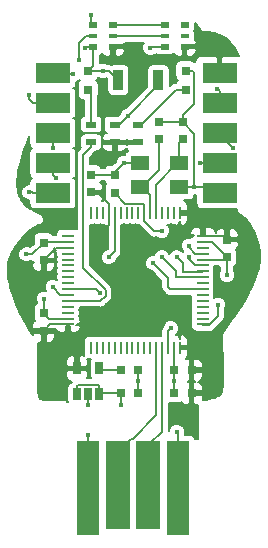
<source format=gtl>
G04 #@! TF.GenerationSoftware,KiCad,Pcbnew,(6.0.0-rc1-dev-1248-ged6c68a1e)*
G04 #@! TF.CreationDate,2018-11-30T22:55:46-05:00*
G04 #@! TF.ProjectId,cuttle2fish,63757474-6c65-4326-9669-73682e6b6963,rev?*
G04 #@! TF.SameCoordinates,Original*
G04 #@! TF.FileFunction,Copper,L1,Top*
G04 #@! TF.FilePolarity,Positive*
%FSLAX46Y46*%
G04 Gerber Fmt 4.6, Leading zero omitted, Abs format (unit mm)*
G04 Created by KiCad (PCBNEW (6.0.0-rc1-dev-1248-ged6c68a1e)) date 11/30/2018 10:55:46 PM*
%MOMM*%
%LPD*%
G01*
G04 APERTURE LIST*
G04 #@! TA.AperFunction,SMDPad,CuDef*
%ADD10R,0.250000X1.000000*%
G04 #@! TD*
G04 #@! TA.AperFunction,SMDPad,CuDef*
%ADD11R,1.000000X0.250000*%
G04 #@! TD*
G04 #@! TA.AperFunction,SMDPad,CuDef*
%ADD12R,0.900000X1.700000*%
G04 #@! TD*
G04 #@! TA.AperFunction,SMDPad,CuDef*
%ADD13R,0.650000X1.060000*%
G04 #@! TD*
G04 #@! TA.AperFunction,SMDPad,CuDef*
%ADD14R,1.600000X1.300000*%
G04 #@! TD*
G04 #@! TA.AperFunction,ConnectorPad*
%ADD15R,1.900000X8.000000*%
G04 #@! TD*
G04 #@! TA.AperFunction,ConnectorPad*
%ADD16R,2.000000X7.500000*%
G04 #@! TD*
G04 #@! TA.AperFunction,SMDPad,CuDef*
%ADD17R,0.800000X0.500000*%
G04 #@! TD*
G04 #@! TA.AperFunction,SMDPad,CuDef*
%ADD18R,0.800000X0.300000*%
G04 #@! TD*
G04 #@! TA.AperFunction,SMDPad,CuDef*
%ADD19R,0.900000X0.500000*%
G04 #@! TD*
G04 #@! TA.AperFunction,SMDPad,CuDef*
%ADD20R,3.000000X1.700000*%
G04 #@! TD*
G04 #@! TA.AperFunction,SMDPad,CuDef*
%ADD21R,0.800000X0.800000*%
G04 #@! TD*
G04 #@! TA.AperFunction,SMDPad,CuDef*
%ADD22R,0.750000X0.800000*%
G04 #@! TD*
G04 #@! TA.AperFunction,SMDPad,CuDef*
%ADD23R,0.800000X0.750000*%
G04 #@! TD*
G04 #@! TA.AperFunction,ViaPad*
%ADD24C,0.400000*%
G04 #@! TD*
G04 #@! TA.AperFunction,Conductor*
%ADD25C,0.160000*%
G04 #@! TD*
G04 #@! TA.AperFunction,Conductor*
%ADD26C,0.200000*%
G04 #@! TD*
G04 APERTURE END LIST*
D10*
G04 #@! TO.P,U2,1*
G04 #@! TO.N,+3V3*
X116000000Y-69230000D03*
G04 #@! TO.P,U2,2*
G04 #@! TO.N,Net-(U2-Pad2)*
X115500000Y-69230000D03*
G04 #@! TO.P,U2,3*
G04 #@! TO.N,Net-(U2-Pad3)*
X115000000Y-69230000D03*
G04 #@! TO.P,U2,4*
G04 #@! TO.N,Net-(U2-Pad4)*
X114500000Y-69230000D03*
G04 #@! TO.P,U2,5*
G04 #@! TO.N,Net-(C11-Pad1)*
X114000000Y-69230000D03*
G04 #@! TO.P,U2,6*
G04 #@! TO.N,Net-(C10-Pad1)*
X113500000Y-69230000D03*
G04 #@! TO.P,U2,7*
G04 #@! TO.N,/RESET*
X113000000Y-69230000D03*
G04 #@! TO.P,U2,8*
G04 #@! TO.N,Net-(U2-Pad8)*
X112500000Y-69230000D03*
G04 #@! TO.P,U2,9*
G04 #@! TO.N,Net-(U2-Pad9)*
X112000000Y-69230000D03*
G04 #@! TO.P,U2,10*
G04 #@! TO.N,Net-(U2-Pad10)*
X111500000Y-69230000D03*
G04 #@! TO.P,U2,11*
G04 #@! TO.N,Net-(U2-Pad11)*
X111000000Y-69230000D03*
G04 #@! TO.P,U2,12*
G04 #@! TO.N,GND*
X110500000Y-69230000D03*
G04 #@! TO.P,U2,13*
G04 #@! TO.N,+3V3*
X110000000Y-69230000D03*
G04 #@! TO.P,U2,14*
G04 #@! TO.N,Net-(U2-Pad14)*
X109500000Y-69230000D03*
G04 #@! TO.P,U2,15*
G04 #@! TO.N,Net-(U2-Pad15)*
X109000000Y-69230000D03*
G04 #@! TO.P,U2,16*
G04 #@! TO.N,Net-(U2-Pad16)*
X108500000Y-69230000D03*
D11*
G04 #@! TO.P,U2,17*
G04 #@! TO.N,Net-(U2-Pad17)*
X106550000Y-71180000D03*
G04 #@! TO.P,U2,18*
G04 #@! TO.N,GND*
X106550000Y-71680000D03*
G04 #@! TO.P,U2,19*
G04 #@! TO.N,+3V3*
X106550000Y-72180000D03*
G04 #@! TO.P,U2,20*
G04 #@! TO.N,Net-(U2-Pad20)*
X106550000Y-72680000D03*
G04 #@! TO.P,U2,21*
G04 #@! TO.N,Net-(U2-Pad21)*
X106550000Y-73180000D03*
G04 #@! TO.P,U2,22*
G04 #@! TO.N,Net-(U2-Pad22)*
X106550000Y-73680000D03*
G04 #@! TO.P,U2,23*
G04 #@! TO.N,Net-(U2-Pad23)*
X106550000Y-74180000D03*
G04 #@! TO.P,U2,24*
G04 #@! TO.N,Net-(U2-Pad24)*
X106550000Y-74680000D03*
G04 #@! TO.P,U2,25*
G04 #@! TO.N,Net-(U2-Pad25)*
X106550000Y-75180000D03*
G04 #@! TO.P,U2,26*
G04 #@! TO.N,/PB0*
X106550000Y-75680000D03*
G04 #@! TO.P,U2,27*
G04 #@! TO.N,/PB1*
X106550000Y-76180000D03*
G04 #@! TO.P,U2,28*
G04 #@! TO.N,/LED*
X106550000Y-76680000D03*
G04 #@! TO.P,U2,29*
G04 #@! TO.N,Net-(U2-Pad29)*
X106550000Y-77180000D03*
G04 #@! TO.P,U2,30*
G04 #@! TO.N,Net-(U2-Pad30)*
X106550000Y-77680000D03*
G04 #@! TO.P,U2,31*
G04 #@! TO.N,GND*
X106550000Y-78180000D03*
G04 #@! TO.P,U2,32*
G04 #@! TO.N,+3V3*
X106550000Y-78680000D03*
D10*
G04 #@! TO.P,U2,33*
G04 #@! TO.N,Net-(U2-Pad33)*
X108500000Y-80630000D03*
G04 #@! TO.P,U2,34*
G04 #@! TO.N,Net-(U2-Pad34)*
X109000000Y-80630000D03*
G04 #@! TO.P,U2,35*
G04 #@! TO.N,Net-(U2-Pad35)*
X109500000Y-80630000D03*
G04 #@! TO.P,U2,36*
G04 #@! TO.N,Net-(U2-Pad36)*
X110000000Y-80630000D03*
G04 #@! TO.P,U2,37*
G04 #@! TO.N,Net-(U2-Pad37)*
X110500000Y-80630000D03*
G04 #@! TO.P,U2,38*
G04 #@! TO.N,Net-(U2-Pad38)*
X111000000Y-80630000D03*
G04 #@! TO.P,U2,39*
G04 #@! TO.N,Net-(U2-Pad39)*
X111500000Y-80630000D03*
G04 #@! TO.P,U2,40*
G04 #@! TO.N,Net-(U2-Pad40)*
X112000000Y-80630000D03*
G04 #@! TO.P,U2,41*
G04 #@! TO.N,Net-(U2-Pad41)*
X112500000Y-80630000D03*
G04 #@! TO.P,U2,42*
G04 #@! TO.N,Net-(U2-Pad42)*
X113000000Y-80630000D03*
G04 #@! TO.P,U2,43*
G04 #@! TO.N,Net-(U2-Pad43)*
X113500000Y-80630000D03*
G04 #@! TO.P,U2,44*
G04 #@! TO.N,/USB_DM*
X114000000Y-80630000D03*
G04 #@! TO.P,U2,45*
G04 #@! TO.N,/USB_DP*
X114500000Y-80630000D03*
G04 #@! TO.P,U2,46*
G04 #@! TO.N,/SWDIO*
X115000000Y-80630000D03*
G04 #@! TO.P,U2,47*
G04 #@! TO.N,GND*
X115500000Y-80630000D03*
G04 #@! TO.P,U2,48*
G04 #@! TO.N,+3V3*
X116000000Y-80630000D03*
D11*
G04 #@! TO.P,U2,49*
G04 #@! TO.N,/SWCLK*
X117950000Y-78680000D03*
G04 #@! TO.P,U2,50*
G04 #@! TO.N,Net-(U2-Pad50)*
X117950000Y-78180000D03*
G04 #@! TO.P,U2,51*
G04 #@! TO.N,Net-(U2-Pad51)*
X117950000Y-77680000D03*
G04 #@! TO.P,U2,52*
G04 #@! TO.N,Net-(U2-Pad52)*
X117950000Y-77180000D03*
G04 #@! TO.P,U2,53*
G04 #@! TO.N,Net-(U2-Pad53)*
X117950000Y-76680000D03*
G04 #@! TO.P,U2,54*
G04 #@! TO.N,Net-(U2-Pad54)*
X117950000Y-76180000D03*
G04 #@! TO.P,U2,55*
G04 #@! TO.N,/SPI1_SCK*
X117950000Y-75680000D03*
G04 #@! TO.P,U2,56*
G04 #@! TO.N,Net-(U2-Pad56)*
X117950000Y-75180000D03*
G04 #@! TO.P,U2,57*
G04 #@! TO.N,/SPI1_MOSI*
X117950000Y-74680000D03*
G04 #@! TO.P,U2,58*
G04 #@! TO.N,/USART1_TX*
X117950000Y-74180000D03*
G04 #@! TO.P,U2,59*
G04 #@! TO.N,/USART1_RX*
X117950000Y-73680000D03*
G04 #@! TO.P,U2,60*
G04 #@! TO.N,GND*
X117950000Y-73180000D03*
G04 #@! TO.P,U2,61*
G04 #@! TO.N,/BUTTON*
X117950000Y-72680000D03*
G04 #@! TO.P,U2,62*
G04 #@! TO.N,Net-(U2-Pad62)*
X117950000Y-72180000D03*
G04 #@! TO.P,U2,63*
G04 #@! TO.N,GND*
X117950000Y-71680000D03*
G04 #@! TO.P,U2,64*
G04 #@! TO.N,+3V3*
X117950000Y-71180000D03*
G04 #@! TD*
D12*
G04 #@! TO.P,SW1,2*
G04 #@! TO.N,GND*
X110800000Y-58000000D03*
G04 #@! TO.P,SW1,1*
G04 #@! TO.N,/BUTTON*
X114200000Y-58000000D03*
G04 #@! TD*
D13*
G04 #@! TO.P,U1,5*
G04 #@! TO.N,+3V3*
X107300000Y-82400000D03*
G04 #@! TO.P,U1,4*
G04 #@! TO.N,Net-(C8-Pad1)*
X109200000Y-82400000D03*
G04 #@! TO.P,U1,3*
G04 #@! TO.N,+5V*
X109200000Y-84600000D03*
G04 #@! TO.P,U1,2*
G04 #@! TO.N,GND*
X108250000Y-84600000D03*
G04 #@! TO.P,U1,1*
G04 #@! TO.N,+5V*
X107300000Y-84600000D03*
G04 #@! TD*
D14*
G04 #@! TO.P,Y1,4*
G04 #@! TO.N,GND*
X112650000Y-65040000D03*
G04 #@! TO.P,Y1,3*
G04 #@! TO.N,Net-(C11-Pad1)*
X115950000Y-65040000D03*
G04 #@! TO.P,Y1,2*
G04 #@! TO.N,GND*
X115950000Y-67040000D03*
G04 #@! TO.P,Y1,1*
G04 #@! TO.N,Net-(C10-Pad1)*
X112650000Y-67040000D03*
G04 #@! TD*
D15*
G04 #@! TO.P,U5,1*
G04 #@! TO.N,+5V*
X115860000Y-92500000D03*
G04 #@! TO.P,U5,4*
G04 #@! TO.N,GND*
X108240000Y-92500000D03*
D16*
G04 #@! TO.P,U5,3*
G04 #@! TO.N,/USB_DM*
X110750000Y-92250000D03*
G04 #@! TO.P,U5,2*
G04 #@! TO.N,/USB_DP*
X113350000Y-92250000D03*
G04 #@! TD*
D17*
G04 #@! TO.P,U4,2*
G04 #@! TO.N,Net-(U3-Pad1)*
X114720000Y-53350000D03*
D18*
G04 #@! TO.P,U4,3*
G04 #@! TO.N,Net-(U3-Pad6)*
X114720000Y-54250000D03*
D17*
G04 #@! TO.P,U4,4*
G04 #@! TO.N,GND*
X114720000Y-55150000D03*
G04 #@! TO.P,U4,5*
G04 #@! TO.N,+3V3*
X116420000Y-55150000D03*
D18*
G04 #@! TO.P,U4,6*
G04 #@! TO.N,Net-(U4-Pad6)*
X116420000Y-54250000D03*
D17*
G04 #@! TO.P,U4,1*
G04 #@! TO.N,Net-(U4-Pad1)*
X116420000Y-53350000D03*
G04 #@! TD*
G04 #@! TO.P,U3,2*
G04 #@! TO.N,/SPI1_MOSI*
X108650000Y-53350000D03*
D18*
G04 #@! TO.P,U3,3*
G04 #@! TO.N,/SPI1_SCK*
X108650000Y-54250000D03*
D17*
G04 #@! TO.P,U3,4*
G04 #@! TO.N,GND*
X108650000Y-55150000D03*
G04 #@! TO.P,U3,5*
G04 #@! TO.N,+3V3*
X110350000Y-55150000D03*
D18*
G04 #@! TO.P,U3,6*
G04 #@! TO.N,Net-(U3-Pad6)*
X110350000Y-54250000D03*
D17*
G04 #@! TO.P,U3,1*
G04 #@! TO.N,Net-(U3-Pad1)*
X110350000Y-53350000D03*
G04 #@! TD*
D19*
G04 #@! TO.P,R3,2*
G04 #@! TO.N,Net-(D2-Pad2)*
X108500000Y-61750000D03*
G04 #@! TO.P,R3,1*
G04 #@! TO.N,/LED*
X108500000Y-63250000D03*
G04 #@! TD*
G04 #@! TO.P,R2,2*
G04 #@! TO.N,Net-(D1-Pad2)*
X112500000Y-61750000D03*
G04 #@! TO.P,R2,1*
G04 #@! TO.N,+3V3*
X112500000Y-63250000D03*
G04 #@! TD*
G04 #@! TO.P,R1,2*
G04 #@! TO.N,/BUTTON*
X110500000Y-61750000D03*
G04 #@! TO.P,R1,1*
G04 #@! TO.N,+3V3*
X110500000Y-63250000D03*
G04 #@! TD*
D20*
G04 #@! TO.P,J3,5*
G04 #@! TO.N,GND*
X105250000Y-67580000D03*
G04 #@! TO.P,J3,4*
G04 #@! TO.N,/PB0*
X105250000Y-65040000D03*
G04 #@! TO.P,J3,3*
G04 #@! TO.N,/PB1*
X105250000Y-62500000D03*
G04 #@! TO.P,J3,2*
G04 #@! TO.N,/USART1_RX*
X105250000Y-59960000D03*
G04 #@! TO.P,J3,1*
G04 #@! TO.N,/USART1_TX*
X105250000Y-57420000D03*
G04 #@! TD*
G04 #@! TO.P,J2,5*
G04 #@! TO.N,GND*
X119380000Y-67580000D03*
G04 #@! TO.P,J2,4*
G04 #@! TO.N,/RESET*
X119380000Y-65040000D03*
G04 #@! TO.P,J2,3*
G04 #@! TO.N,/SWDIO*
X119380000Y-62500000D03*
G04 #@! TO.P,J2,2*
G04 #@! TO.N,/SWCLK*
X119380000Y-59960000D03*
G04 #@! TO.P,J2,1*
G04 #@! TO.N,+3V3*
X119380000Y-57420000D03*
G04 #@! TD*
D21*
G04 #@! TO.P,D2,1*
G04 #@! TO.N,GND*
X108250000Y-57200000D03*
G04 #@! TO.P,D2,2*
G04 #@! TO.N,Net-(D2-Pad2)*
X108250000Y-58800000D03*
G04 #@! TD*
G04 #@! TO.P,D1,1*
G04 #@! TO.N,GND*
X116500000Y-57200000D03*
G04 #@! TO.P,D1,2*
G04 #@! TO.N,Net-(D1-Pad2)*
X116500000Y-58800000D03*
G04 #@! TD*
D22*
G04 #@! TO.P,C11,1*
G04 #@! TO.N,Net-(C11-Pad1)*
X116250000Y-63000000D03*
G04 #@! TO.P,C11,2*
G04 #@! TO.N,GND*
X116250000Y-61500000D03*
G04 #@! TD*
G04 #@! TO.P,C10,1*
G04 #@! TO.N,Net-(C10-Pad1)*
X114250000Y-63000000D03*
G04 #@! TO.P,C10,2*
G04 #@! TO.N,GND*
X114250000Y-61500000D03*
G04 #@! TD*
D23*
G04 #@! TO.P,C9,1*
G04 #@! TO.N,+3V3*
X117000000Y-84500000D03*
G04 #@! TO.P,C9,2*
G04 #@! TO.N,GND*
X115500000Y-84500000D03*
G04 #@! TD*
G04 #@! TO.P,C8,1*
G04 #@! TO.N,Net-(C8-Pad1)*
X111010000Y-82550000D03*
G04 #@! TO.P,C8,2*
G04 #@! TO.N,GND*
X112510000Y-82550000D03*
G04 #@! TD*
G04 #@! TO.P,C7,1*
G04 #@! TO.N,+5V*
X111010000Y-84500000D03*
G04 #@! TO.P,C7,2*
G04 #@! TO.N,GND*
X112510000Y-84500000D03*
G04 #@! TD*
D22*
G04 #@! TO.P,C6,2*
G04 #@! TO.N,GND*
X108500000Y-66000000D03*
G04 #@! TO.P,C6,1*
G04 #@! TO.N,+3V3*
X108500000Y-67500000D03*
G04 #@! TD*
G04 #@! TO.P,C5,1*
G04 #@! TO.N,+3V3*
X120000000Y-71500000D03*
G04 #@! TO.P,C5,2*
G04 #@! TO.N,GND*
X120000000Y-73000000D03*
G04 #@! TD*
D23*
G04 #@! TO.P,C4,1*
G04 #@! TO.N,+3V3*
X117000000Y-82550000D03*
G04 #@! TO.P,C4,2*
G04 #@! TO.N,GND*
X115500000Y-82550000D03*
G04 #@! TD*
D22*
G04 #@! TO.P,C3,1*
G04 #@! TO.N,+3V3*
X104500000Y-79250000D03*
G04 #@! TO.P,C3,2*
G04 #@! TO.N,GND*
X104500000Y-77750000D03*
G04 #@! TD*
G04 #@! TO.P,C2,1*
G04 #@! TO.N,+3V3*
X104500000Y-73250000D03*
G04 #@! TO.P,C2,2*
G04 #@! TO.N,GND*
X104500000Y-71750000D03*
G04 #@! TD*
G04 #@! TO.P,C1,1*
G04 #@! TO.N,/RESET*
X110500000Y-67540000D03*
G04 #@! TO.P,C1,2*
G04 #@! TO.N,GND*
X110500000Y-66040000D03*
G04 #@! TD*
D24*
G04 #@! TO.N,GND*
X108250000Y-88000000D03*
X108250000Y-85500000D03*
X112500000Y-83500000D03*
X115500000Y-83500000D03*
X120000000Y-74500000D03*
X117250000Y-67040000D03*
X111250000Y-65000000D03*
X103000000Y-72750000D03*
X104500000Y-76500000D03*
X103250000Y-67500000D03*
X109500000Y-57200000D03*
X113500000Y-55250000D03*
X110000000Y-73000000D03*
X108000000Y-55250000D03*
G04 #@! TO.N,/RESET*
X117750000Y-65000000D03*
X114500000Y-70750000D03*
G04 #@! TO.N,+5V*
X115750000Y-87750000D03*
X111000000Y-85500000D03*
G04 #@! TO.N,/SWCLK*
X119180000Y-58750000D03*
X119250000Y-77000000D03*
G04 #@! TO.N,/SWDIO*
X115250000Y-79000000D03*
X120500000Y-63750000D03*
G04 #@! TO.N,/USART1_TX*
X115750000Y-73000000D03*
X107000000Y-57500000D03*
G04 #@! TO.N,/USART1_RX*
X116750000Y-73000000D03*
X103250000Y-59250000D03*
G04 #@! TO.N,/PB0*
X105500000Y-66250000D03*
X109250000Y-76000000D03*
G04 #@! TO.N,/PB1*
X105250000Y-75500000D03*
X105250000Y-63750000D03*
G04 #@! TO.N,/BUTTON*
X116750000Y-72000000D03*
X111600000Y-61000000D03*
G04 #@! TO.N,/SPI1_SCK*
X113750000Y-73500000D03*
X107500000Y-56250000D03*
G04 #@! TO.N,/SPI1_MOSI*
X114500000Y-73000000D03*
X108500000Y-52500000D03*
G04 #@! TD*
D25*
G04 #@! TO.N,GND*
X108240000Y-92500000D02*
X108240000Y-88010000D01*
X108240000Y-88010000D02*
X108250000Y-88000000D01*
X108250000Y-84600000D02*
X108250000Y-85500000D01*
X112510000Y-84500000D02*
X112510000Y-83510000D01*
X112510000Y-83510000D02*
X112500000Y-83500000D01*
X112510000Y-83490000D02*
X112500000Y-83500000D01*
X112510000Y-82550000D02*
X112510000Y-83490000D01*
X115500000Y-80630000D02*
X115500000Y-82550000D01*
X115500000Y-82550000D02*
X115500000Y-83500000D01*
X115500000Y-83500000D02*
X115500000Y-84500000D01*
X104930000Y-78180000D02*
X104500000Y-77750000D01*
X106550000Y-78180000D02*
X104930000Y-78180000D01*
X104570000Y-71680000D02*
X104500000Y-71750000D01*
X106550000Y-71680000D02*
X104570000Y-71680000D01*
X119820000Y-73180000D02*
X120000000Y-73000000D01*
X117950000Y-73180000D02*
X119820000Y-73180000D01*
X120000000Y-73000000D02*
X120000000Y-73560000D01*
X120000000Y-73560000D02*
X120000000Y-74500000D01*
X118840000Y-67040000D02*
X119380000Y-67580000D01*
X115950000Y-67040000D02*
X117250000Y-67040000D01*
X117250000Y-67040000D02*
X118840000Y-67040000D01*
X112650000Y-65040000D02*
X111290000Y-65040000D01*
X111290000Y-65040000D02*
X111250000Y-65000000D01*
X110500000Y-65750000D02*
X111250000Y-65000000D01*
X110500000Y-66040000D02*
X110500000Y-65750000D01*
X110460000Y-66000000D02*
X110500000Y-66040000D01*
X108500000Y-66000000D02*
X110460000Y-66000000D01*
X103525000Y-72750000D02*
X103000000Y-72750000D01*
X104500000Y-71750000D02*
X104500000Y-71775000D01*
X104500000Y-71775000D02*
X103525000Y-72750000D01*
X104500000Y-77750000D02*
X104500000Y-76500000D01*
X117250000Y-66757158D02*
X117250000Y-67040000D01*
X117250000Y-62525000D02*
X117250000Y-66757158D01*
X116250000Y-61525000D02*
X117250000Y-62525000D01*
X116250000Y-61500000D02*
X116250000Y-61525000D01*
X114785000Y-61500000D02*
X116250000Y-61500000D01*
X114250000Y-61500000D02*
X114785000Y-61500000D01*
X103510000Y-67500000D02*
X103250000Y-67500000D01*
X105250000Y-67580000D02*
X103590000Y-67580000D01*
X103590000Y-67580000D02*
X103510000Y-67500000D01*
X108650000Y-56800000D02*
X108250000Y-57200000D01*
X108650000Y-55150000D02*
X108650000Y-56800000D01*
X110000000Y-57200000D02*
X110800000Y-58000000D01*
X109500000Y-57200000D02*
X110000000Y-57200000D01*
X108250000Y-57200000D02*
X109500000Y-57200000D01*
X116250000Y-60940000D02*
X116250000Y-61500000D01*
X117180001Y-60009999D02*
X116250000Y-60940000D01*
X117180001Y-57320001D02*
X117180001Y-60009999D01*
X117060000Y-57200000D02*
X117180001Y-57320001D01*
X116500000Y-57200000D02*
X117060000Y-57200000D01*
X114720000Y-55150000D02*
X113600000Y-55150000D01*
X113600000Y-55150000D02*
X113500000Y-55250000D01*
X120000000Y-72975000D02*
X120000000Y-73000000D01*
X118705000Y-71680000D02*
X120000000Y-72975000D01*
X117950000Y-71680000D02*
X118705000Y-71680000D01*
X110500000Y-69230000D02*
X110500000Y-69890000D01*
X110500000Y-69230000D02*
X110500000Y-72500000D01*
X110500000Y-72500000D02*
X110000000Y-73000000D01*
X108650000Y-55150000D02*
X108100000Y-55150000D01*
X108100000Y-55150000D02*
X108000000Y-55250000D01*
G04 #@! TO.N,/RESET*
X113000000Y-68570000D02*
X113000000Y-69230000D01*
X112879999Y-68449999D02*
X113000000Y-68570000D01*
X111384999Y-68449999D02*
X112879999Y-68449999D01*
X110500000Y-67565000D02*
X111384999Y-68449999D01*
X110500000Y-67540000D02*
X110500000Y-67565000D01*
X119380000Y-65040000D02*
X117790000Y-65040000D01*
X113000000Y-69890000D02*
X113000000Y-69230000D01*
X113860000Y-70750000D02*
X113000000Y-69890000D01*
X117790000Y-65040000D02*
X117750000Y-65000000D01*
X114500000Y-70750000D02*
X113860000Y-70750000D01*
G04 #@! TO.N,+3V3*
X116000000Y-80630000D02*
X116630000Y-80630000D01*
X104500000Y-79225000D02*
X104500000Y-79250000D01*
X105045000Y-78680000D02*
X104500000Y-79225000D01*
X106550000Y-78680000D02*
X105045000Y-78680000D01*
X105890000Y-72180000D02*
X106550000Y-72180000D01*
X105545000Y-72180000D02*
X105890000Y-72180000D01*
X104500000Y-73225000D02*
X105545000Y-72180000D01*
X104500000Y-73250000D02*
X104500000Y-73225000D01*
X119680000Y-71180000D02*
X120000000Y-71500000D01*
X117950000Y-71180000D02*
X119680000Y-71180000D01*
X110000000Y-68570000D02*
X110000000Y-69230000D01*
X110000000Y-68465000D02*
X110000000Y-68570000D01*
X109035000Y-67500000D02*
X110000000Y-68465000D01*
X108500000Y-67500000D02*
X109035000Y-67500000D01*
X110910000Y-55150000D02*
X110350000Y-55150000D01*
X116420000Y-55150000D02*
X116270000Y-55150000D01*
X110000000Y-69230000D02*
X110000000Y-70000000D01*
X110000000Y-69230000D02*
X110000000Y-70250000D01*
X110000000Y-70250000D02*
X109750000Y-70500000D01*
G04 #@! TO.N,+5V*
X109300000Y-84500000D02*
X109200000Y-84600000D01*
X111010000Y-84500000D02*
X109300000Y-84500000D01*
X109200000Y-83910000D02*
X109200000Y-84600000D01*
X109079999Y-83789999D02*
X109200000Y-83910000D01*
X107420001Y-83789999D02*
X109079999Y-83789999D01*
X107300000Y-83910000D02*
X107420001Y-83789999D01*
X107300000Y-84600000D02*
X107300000Y-83910000D01*
X115860000Y-92500000D02*
X115860000Y-87860000D01*
X115860000Y-87860000D02*
X115750000Y-87750000D01*
X111000000Y-84510000D02*
X111010000Y-84500000D01*
X111000000Y-85500000D02*
X111000000Y-84510000D01*
G04 #@! TO.N,Net-(C8-Pad1)*
X109350000Y-82550000D02*
X109200000Y-82400000D01*
X111010000Y-82550000D02*
X109350000Y-82550000D01*
G04 #@! TO.N,Net-(C10-Pad1)*
X113500000Y-68570000D02*
X113500000Y-69230000D01*
X113500000Y-67740000D02*
X113500000Y-68570000D01*
X112800000Y-67040000D02*
X113500000Y-67740000D01*
X114250000Y-63560000D02*
X114250000Y-63000000D01*
X114250000Y-65590000D02*
X114250000Y-63560000D01*
X112800000Y-67040000D02*
X114250000Y-65590000D01*
X112650000Y-67040000D02*
X112800000Y-67040000D01*
G04 #@! TO.N,Net-(C11-Pad1)*
X114000000Y-68570000D02*
X114000000Y-69230000D01*
X114000000Y-66840000D02*
X114000000Y-68570000D01*
X115800000Y-65040000D02*
X114000000Y-66840000D01*
X115950000Y-65040000D02*
X115800000Y-65040000D01*
X115950000Y-63300000D02*
X116250000Y-63000000D01*
X115950000Y-65040000D02*
X115950000Y-63300000D01*
G04 #@! TO.N,Net-(D1-Pad2)*
X115940000Y-58800000D02*
X116500000Y-58800000D01*
X115650000Y-58800000D02*
X115940000Y-58800000D01*
X112700000Y-61750000D02*
X115650000Y-58800000D01*
X112500000Y-61750000D02*
X112700000Y-61750000D01*
G04 #@! TO.N,Net-(D2-Pad2)*
X108500000Y-59050000D02*
X108250000Y-58800000D01*
X108500000Y-61750000D02*
X108500000Y-59050000D01*
G04 #@! TO.N,/SWCLK*
X119380000Y-58950000D02*
X119180000Y-58750000D01*
X119380000Y-59960000D02*
X119380000Y-58950000D01*
X119250000Y-78000000D02*
X118500000Y-78750000D01*
X119250000Y-77000000D02*
X119250000Y-78000000D01*
X118500000Y-78750000D02*
X118000000Y-78750000D01*
G04 #@! TO.N,/SWDIO*
X120030000Y-62500000D02*
X119380000Y-62500000D01*
X115000000Y-80630000D02*
X115000000Y-79250000D01*
X115000000Y-79250000D02*
X115250000Y-79000000D01*
X119380000Y-62630000D02*
X119380000Y-62500000D01*
X120500000Y-63750000D02*
X119380000Y-62630000D01*
G04 #@! TO.N,/USART1_TX*
X117930000Y-74180000D02*
X117860000Y-74250000D01*
X117950000Y-74180000D02*
X117930000Y-74180000D01*
X117860000Y-74250000D02*
X116250000Y-74250000D01*
X116250000Y-74250000D02*
X116250000Y-73500000D01*
X116250000Y-73500000D02*
X115750000Y-73000000D01*
X105330000Y-57500000D02*
X105250000Y-57420000D01*
X107000000Y-57500000D02*
X105330000Y-57500000D01*
G04 #@! TO.N,/USART1_RX*
X117290000Y-73680000D02*
X116750000Y-73140000D01*
X117950000Y-73680000D02*
X117290000Y-73680000D01*
X116750000Y-73140000D02*
X116750000Y-73000000D01*
X103250000Y-59620000D02*
X103250000Y-59250000D01*
X105250000Y-59960000D02*
X103590000Y-59960000D01*
X103590000Y-59960000D02*
X103250000Y-59620000D01*
G04 #@! TO.N,/PB0*
X105250000Y-65040000D02*
X105250000Y-66000000D01*
X105250000Y-66000000D02*
X105500000Y-66250000D01*
X108930000Y-75680000D02*
X106550000Y-75680000D01*
X109250000Y-76000000D02*
X108930000Y-75680000D01*
G04 #@! TO.N,/PB1*
X105250000Y-75540000D02*
X105250000Y-75500000D01*
X106550000Y-76180000D02*
X105890000Y-76180000D01*
X105890000Y-76180000D02*
X105250000Y-75540000D01*
X105250000Y-63750000D02*
X105250000Y-62500000D01*
G04 #@! TO.N,/BUTTON*
X114200000Y-58400000D02*
X114200000Y-58000000D01*
X110500000Y-61750000D02*
X110850000Y-61750000D01*
X117290000Y-72680000D02*
X116750000Y-72140000D01*
X117950000Y-72680000D02*
X117290000Y-72680000D01*
X116750000Y-72140000D02*
X116750000Y-72000000D01*
X110850000Y-61750000D02*
X111600000Y-61000000D01*
X111600000Y-61000000D02*
X114200000Y-58400000D01*
G04 #@! TO.N,/LED*
X107210000Y-76680000D02*
X106550000Y-76680000D01*
X109280402Y-76680000D02*
X107210000Y-76680000D01*
X109730001Y-76230401D02*
X109280402Y-76680000D01*
X109730001Y-75769599D02*
X109730001Y-76230401D01*
X107844999Y-64315001D02*
X107844999Y-73884597D01*
X108500000Y-63660000D02*
X107844999Y-64315001D01*
X107844999Y-73884597D02*
X109730001Y-75769599D01*
X108500000Y-63250000D02*
X108500000Y-63660000D01*
G04 #@! TO.N,/USB_DM*
X110750000Y-89500000D02*
X110750000Y-92250000D01*
X111910000Y-88340000D02*
X110750000Y-89500000D01*
X112005998Y-88340000D02*
X111910000Y-88340000D01*
X114000000Y-86345998D02*
X112005998Y-88340000D01*
X114000000Y-80630000D02*
X114000000Y-86345998D01*
G04 #@! TO.N,/USB_DP*
X113350000Y-89500000D02*
X113500000Y-89350000D01*
X113350000Y-92250000D02*
X113350000Y-89500000D01*
X113500000Y-89350000D02*
X113500000Y-88750000D01*
X114500000Y-87750000D02*
X114500000Y-80630000D01*
X113500000Y-88750000D02*
X114500000Y-87750000D01*
G04 #@! TO.N,/SPI1_SCK*
X117180000Y-75680000D02*
X117950000Y-75680000D01*
X117180000Y-75680000D02*
X115180000Y-75680000D01*
X115180000Y-75680000D02*
X115000000Y-75500000D01*
X115000000Y-75500000D02*
X115000000Y-74750000D01*
X115000000Y-74750000D02*
X113750000Y-73500000D01*
X108090000Y-54250000D02*
X108650000Y-54250000D01*
X107500000Y-54840000D02*
X108090000Y-54250000D01*
X107500000Y-56250000D02*
X107500000Y-54840000D01*
G04 #@! TO.N,/SPI1_MOSI*
X117290000Y-74680000D02*
X117950000Y-74680000D01*
X117290000Y-74680000D02*
X115680000Y-74680000D01*
X115680000Y-74680000D02*
X115680000Y-74180000D01*
X115680000Y-74180000D02*
X114500000Y-73000000D01*
X108500000Y-53200000D02*
X108650000Y-53350000D01*
X108500000Y-52500000D02*
X108500000Y-53200000D01*
D26*
G04 #@! TO.N,Net-(U3-Pad1)*
X110350000Y-53350000D02*
X114720000Y-53350000D01*
G04 #@! TO.N,Net-(U3-Pad6)*
X110350000Y-54250000D02*
X114720000Y-54250000D01*
G04 #@! TD*
G04 #@! TO.N,+3V3*
G36*
X117376683Y-53227293D02*
X117546013Y-53459934D01*
X117708534Y-53698118D01*
X117750975Y-53768485D01*
X117800774Y-53805206D01*
X117844955Y-53848536D01*
X117877097Y-53861485D01*
X117904985Y-53882049D01*
X117965052Y-53896919D01*
X118022446Y-53920041D01*
X118104619Y-53919242D01*
X118326908Y-53929547D01*
X118539711Y-53950583D01*
X118741816Y-53981779D01*
X118933594Y-54022650D01*
X119115464Y-54072749D01*
X119287898Y-54131679D01*
X119451343Y-54199082D01*
X119606309Y-54274683D01*
X119753272Y-54358256D01*
X119892726Y-54449661D01*
X120025060Y-54548772D01*
X120150658Y-54655527D01*
X120269826Y-54769876D01*
X120382791Y-54891752D01*
X120489752Y-55021106D01*
X120590826Y-55157828D01*
X120686110Y-55301804D01*
X120775672Y-55452884D01*
X120859549Y-55610862D01*
X120937762Y-55775492D01*
X121010357Y-55946548D01*
X121019034Y-55969495D01*
X121000939Y-55962000D01*
X119686000Y-55962000D01*
X119534000Y-56114000D01*
X119534000Y-57266000D01*
X119554000Y-57266000D01*
X119554000Y-57574000D01*
X119534000Y-57574000D01*
X119534000Y-57594000D01*
X119226000Y-57594000D01*
X119226000Y-57574000D01*
X119206000Y-57574000D01*
X119206000Y-57266000D01*
X119226000Y-57266000D01*
X119226000Y-56114000D01*
X119074000Y-55962000D01*
X117759061Y-55962000D01*
X117535595Y-56054563D01*
X117364562Y-56225596D01*
X117272000Y-56449062D01*
X117272000Y-56490962D01*
X117246781Y-56453219D01*
X117087677Y-56346908D01*
X116900000Y-56309577D01*
X116100000Y-56309577D01*
X115912323Y-56346908D01*
X115753219Y-56453219D01*
X115646908Y-56612323D01*
X115609577Y-56800000D01*
X115609577Y-57600000D01*
X115646908Y-57787677D01*
X115753219Y-57946781D01*
X115832866Y-58000000D01*
X115753219Y-58053219D01*
X115646908Y-58212323D01*
X115643532Y-58229297D01*
X115594753Y-58239000D01*
X115594749Y-58239000D01*
X115431109Y-58271550D01*
X115361346Y-58318164D01*
X115292383Y-58364244D01*
X115245542Y-58395542D01*
X115214245Y-58442381D01*
X115140423Y-58516203D01*
X115140423Y-57150000D01*
X115103092Y-56962323D01*
X114996781Y-56803219D01*
X114837677Y-56696908D01*
X114650000Y-56659577D01*
X113750000Y-56659577D01*
X113562323Y-56696908D01*
X113403219Y-56803219D01*
X113296908Y-56962323D01*
X113259577Y-57150000D01*
X113259577Y-58547049D01*
X111487627Y-60319000D01*
X111464541Y-60319000D01*
X111214244Y-60422676D01*
X111022676Y-60614244D01*
X110919000Y-60864541D01*
X110919000Y-60887626D01*
X110797050Y-61009577D01*
X110050000Y-61009577D01*
X109862323Y-61046908D01*
X109703219Y-61153219D01*
X109596908Y-61312323D01*
X109559577Y-61500000D01*
X109559577Y-62000000D01*
X109596908Y-62187677D01*
X109703219Y-62346781D01*
X109831421Y-62432444D01*
X109705596Y-62484562D01*
X109534563Y-62655595D01*
X109442000Y-62879061D01*
X109442000Y-62973000D01*
X109594000Y-63125000D01*
X110346000Y-63125000D01*
X110346000Y-63076000D01*
X110654000Y-63076000D01*
X110654000Y-63125000D01*
X111406000Y-63125000D01*
X111500000Y-63031000D01*
X111594000Y-63125000D01*
X112346000Y-63125000D01*
X112346000Y-63076000D01*
X112654000Y-63076000D01*
X112654000Y-63125000D01*
X112674000Y-63125000D01*
X112674000Y-63375000D01*
X112654000Y-63375000D01*
X112654000Y-63424000D01*
X112346000Y-63424000D01*
X112346000Y-63375000D01*
X111594000Y-63375000D01*
X111500000Y-63469000D01*
X111406000Y-63375000D01*
X110654000Y-63375000D01*
X110654000Y-63956000D01*
X110806000Y-64108000D01*
X111070938Y-64108000D01*
X111294404Y-64015438D01*
X111465437Y-63844405D01*
X111500000Y-63760963D01*
X111534563Y-63844405D01*
X111641188Y-63951030D01*
X111503219Y-64043219D01*
X111396908Y-64202323D01*
X111373700Y-64319000D01*
X111114541Y-64319000D01*
X110864244Y-64422676D01*
X110672676Y-64614244D01*
X110569000Y-64864541D01*
X110569000Y-64887626D01*
X110307050Y-65149577D01*
X110125000Y-65149577D01*
X109937323Y-65186908D01*
X109778219Y-65293219D01*
X109680810Y-65439000D01*
X109333398Y-65439000D01*
X109328092Y-65412323D01*
X109221781Y-65253219D01*
X109062677Y-65146908D01*
X108875000Y-65109577D01*
X108405999Y-65109577D01*
X108405999Y-64547374D01*
X108857619Y-64095755D01*
X108904458Y-64064458D01*
X108954529Y-63989522D01*
X109137677Y-63953092D01*
X109296781Y-63846781D01*
X109403092Y-63687677D01*
X109435052Y-63527000D01*
X109442000Y-63527000D01*
X109442000Y-63620939D01*
X109534563Y-63844405D01*
X109705596Y-64015438D01*
X109929062Y-64108000D01*
X110194000Y-64108000D01*
X110346000Y-63956000D01*
X110346000Y-63375000D01*
X109594000Y-63375000D01*
X109442000Y-63527000D01*
X109435052Y-63527000D01*
X109440423Y-63500000D01*
X109440423Y-63000000D01*
X109403092Y-62812323D01*
X109296781Y-62653219D01*
X109137677Y-62546908D01*
X108950000Y-62509577D01*
X108050000Y-62509577D01*
X107862323Y-62546908D01*
X107703219Y-62653219D01*
X107596908Y-62812323D01*
X107559577Y-63000000D01*
X107559577Y-63500000D01*
X107596908Y-63687677D01*
X107629770Y-63736857D01*
X107487382Y-63879245D01*
X107440541Y-63910543D01*
X107316549Y-64096111D01*
X107283999Y-64259751D01*
X107283999Y-64259755D01*
X107273010Y-64315001D01*
X107283999Y-64370247D01*
X107284000Y-70632860D01*
X107237677Y-70601908D01*
X107050000Y-70564577D01*
X106050000Y-70564577D01*
X105862323Y-70601908D01*
X105703219Y-70708219D01*
X105596908Y-70867323D01*
X105559577Y-71055000D01*
X105559577Y-71119000D01*
X105299144Y-71119000D01*
X105221781Y-71003219D01*
X105062677Y-70896908D01*
X104875000Y-70859577D01*
X104125000Y-70859577D01*
X103937323Y-70896908D01*
X103778219Y-71003219D01*
X103671908Y-71162323D01*
X103634577Y-71350000D01*
X103634577Y-71847049D01*
X103331446Y-72150180D01*
X103135459Y-72069000D01*
X102864541Y-72069000D01*
X102614244Y-72172676D01*
X102422676Y-72364244D01*
X102319000Y-72614541D01*
X102319000Y-72885459D01*
X102422676Y-73135756D01*
X102614244Y-73327324D01*
X102864541Y-73431000D01*
X103135459Y-73431000D01*
X103385756Y-73327324D01*
X103402080Y-73311000D01*
X103469754Y-73311000D01*
X103517000Y-73320398D01*
X103517000Y-73404002D01*
X103668998Y-73404002D01*
X103517000Y-73556000D01*
X103517000Y-73770939D01*
X103609563Y-73994405D01*
X103780596Y-74165438D01*
X104004062Y-74258000D01*
X104194000Y-74258000D01*
X104346000Y-74106000D01*
X104346000Y-73404000D01*
X104654000Y-73404000D01*
X104654000Y-74106000D01*
X104806000Y-74258000D01*
X104995938Y-74258000D01*
X105219404Y-74165438D01*
X105390437Y-73994405D01*
X105483000Y-73770939D01*
X105483000Y-73556000D01*
X105331000Y-73404000D01*
X104654000Y-73404000D01*
X104346000Y-73404000D01*
X104326000Y-73404000D01*
X104326000Y-73096000D01*
X104346000Y-73096000D01*
X104346000Y-73076000D01*
X104654000Y-73076000D01*
X104654000Y-73096000D01*
X105331000Y-73096000D01*
X105483000Y-72944000D01*
X105483000Y-72729061D01*
X105390437Y-72505595D01*
X105285805Y-72400963D01*
X105328092Y-72337677D01*
X105347322Y-72241000D01*
X105442000Y-72241000D01*
X105442000Y-72334002D01*
X105502498Y-72334002D01*
X105442000Y-72394500D01*
X105442000Y-72425938D01*
X105534562Y-72649404D01*
X105559577Y-72674419D01*
X105559577Y-72805000D01*
X105584441Y-72930000D01*
X105559577Y-73055000D01*
X105559577Y-73305000D01*
X105584441Y-73430000D01*
X105559577Y-73555000D01*
X105559577Y-73805000D01*
X105584441Y-73930000D01*
X105559577Y-74055000D01*
X105559577Y-74305000D01*
X105584441Y-74430000D01*
X105559577Y-74555000D01*
X105559577Y-74805000D01*
X105578246Y-74898855D01*
X105385459Y-74819000D01*
X105114541Y-74819000D01*
X104864244Y-74922676D01*
X104672676Y-75114244D01*
X104569000Y-75364541D01*
X104569000Y-75635459D01*
X104647006Y-75823783D01*
X104635459Y-75819000D01*
X104364541Y-75819000D01*
X104114244Y-75922676D01*
X103922676Y-76114244D01*
X103819000Y-76364541D01*
X103819000Y-76635459D01*
X103922676Y-76885756D01*
X103935228Y-76898308D01*
X103778219Y-77003219D01*
X103671908Y-77162323D01*
X103634577Y-77350000D01*
X103634577Y-78150000D01*
X103671908Y-78337677D01*
X103714195Y-78400963D01*
X103609563Y-78505595D01*
X103517000Y-78729061D01*
X103517000Y-78944000D01*
X103669000Y-79096000D01*
X104346000Y-79096000D01*
X104346000Y-79076000D01*
X104654000Y-79076000D01*
X104654000Y-79096000D01*
X105331000Y-79096000D01*
X105459299Y-78967701D01*
X105534562Y-79149404D01*
X105705595Y-79320437D01*
X105929061Y-79413000D01*
X106244000Y-79413000D01*
X106396000Y-79261000D01*
X106396000Y-78795423D01*
X106704000Y-78795423D01*
X106704000Y-79261000D01*
X106856000Y-79413000D01*
X107170939Y-79413000D01*
X107394405Y-79320437D01*
X107565438Y-79149404D01*
X107658000Y-78925938D01*
X107658000Y-78894500D01*
X107506000Y-78742500D01*
X107261012Y-78742500D01*
X107396781Y-78651781D01*
X107419687Y-78617500D01*
X107506000Y-78617500D01*
X107658000Y-78465500D01*
X107658000Y-78434062D01*
X107565438Y-78210596D01*
X107540423Y-78185581D01*
X107540423Y-78055000D01*
X107515559Y-77930000D01*
X107540423Y-77805000D01*
X107540423Y-77555000D01*
X107515559Y-77430000D01*
X107540423Y-77305000D01*
X107540423Y-77241000D01*
X109225156Y-77241000D01*
X109280402Y-77251989D01*
X109335648Y-77241000D01*
X109335653Y-77241000D01*
X109499293Y-77208450D01*
X109684860Y-77084458D01*
X109716158Y-77037617D01*
X110087620Y-76666156D01*
X110134459Y-76634859D01*
X110176468Y-76571989D01*
X110234779Y-76484719D01*
X110258451Y-76449292D01*
X110291001Y-76285651D01*
X110291001Y-76285648D01*
X110301990Y-76230402D01*
X110291001Y-76175156D01*
X110291001Y-75824844D01*
X110301990Y-75769598D01*
X110291001Y-75714352D01*
X110291001Y-75714348D01*
X110258451Y-75550708D01*
X110134459Y-75365141D01*
X110087618Y-75333843D01*
X108405999Y-73652224D01*
X108405999Y-70220423D01*
X108625000Y-70220423D01*
X108750000Y-70195559D01*
X108875000Y-70220423D01*
X109125000Y-70220423D01*
X109250000Y-70195559D01*
X109375000Y-70220423D01*
X109505581Y-70220423D01*
X109530596Y-70245438D01*
X109754062Y-70338000D01*
X109785500Y-70338000D01*
X109845998Y-70277502D01*
X109845998Y-70338000D01*
X109939000Y-70338000D01*
X109939001Y-72267625D01*
X109887626Y-72319000D01*
X109864541Y-72319000D01*
X109614244Y-72422676D01*
X109422676Y-72614244D01*
X109319000Y-72864541D01*
X109319000Y-73135459D01*
X109422676Y-73385756D01*
X109614244Y-73577324D01*
X109864541Y-73681000D01*
X110135459Y-73681000D01*
X110385756Y-73577324D01*
X110577324Y-73385756D01*
X110586111Y-73364541D01*
X113069000Y-73364541D01*
X113069000Y-73635459D01*
X113172676Y-73885756D01*
X113364244Y-74077324D01*
X113614541Y-74181000D01*
X113637627Y-74181000D01*
X114439000Y-74982374D01*
X114439000Y-75444754D01*
X114428011Y-75500000D01*
X114439000Y-75555246D01*
X114439000Y-75555250D01*
X114471550Y-75718890D01*
X114595542Y-75904458D01*
X114642384Y-75935757D01*
X114744242Y-76037614D01*
X114775542Y-76084458D01*
X114961109Y-76208450D01*
X115124749Y-76241000D01*
X115124754Y-76241000D01*
X115179999Y-76251989D01*
X115235245Y-76241000D01*
X116959577Y-76241000D01*
X116959577Y-76305000D01*
X116984441Y-76430000D01*
X116959577Y-76555000D01*
X116959577Y-76805000D01*
X116984441Y-76930000D01*
X116959577Y-77055000D01*
X116959577Y-77305000D01*
X116984441Y-77430000D01*
X116959577Y-77555000D01*
X116959577Y-77805000D01*
X116984441Y-77930000D01*
X116959577Y-78055000D01*
X116959577Y-78305000D01*
X116984441Y-78430000D01*
X116959577Y-78555000D01*
X116959577Y-78805000D01*
X116996908Y-78992677D01*
X117103219Y-79151781D01*
X117262323Y-79258092D01*
X117450000Y-79295423D01*
X117866438Y-79295423D01*
X117944749Y-79311000D01*
X118444754Y-79311000D01*
X118500000Y-79321989D01*
X118555246Y-79311000D01*
X118555251Y-79311000D01*
X118718891Y-79278450D01*
X118904458Y-79154458D01*
X118935756Y-79107617D01*
X119607619Y-78435755D01*
X119654458Y-78404458D01*
X119693825Y-78345542D01*
X119778449Y-78218892D01*
X119778450Y-78218891D01*
X119811000Y-78055251D01*
X119811000Y-78055247D01*
X119821989Y-78000001D01*
X119811000Y-77944755D01*
X119811000Y-77402080D01*
X119827324Y-77385756D01*
X119931000Y-77135459D01*
X119931000Y-76864541D01*
X119827324Y-76614244D01*
X119635756Y-76422676D01*
X119385459Y-76319000D01*
X119114541Y-76319000D01*
X118921754Y-76398855D01*
X118940423Y-76305000D01*
X118940423Y-76055000D01*
X118915559Y-75930000D01*
X118940423Y-75805000D01*
X118940423Y-75555000D01*
X118915559Y-75430000D01*
X118940423Y-75305000D01*
X118940423Y-75055000D01*
X118915559Y-74930000D01*
X118940423Y-74805000D01*
X118940423Y-74555000D01*
X118915559Y-74430000D01*
X118940423Y-74305000D01*
X118940423Y-74055000D01*
X118915559Y-73930000D01*
X118940423Y-73805000D01*
X118940423Y-73741000D01*
X119274356Y-73741000D01*
X119278219Y-73746781D01*
X119437323Y-73853092D01*
X119439000Y-73853426D01*
X119439001Y-74097919D01*
X119422676Y-74114244D01*
X119319000Y-74364541D01*
X119319000Y-74635459D01*
X119422676Y-74885756D01*
X119614244Y-75077324D01*
X119864541Y-75181000D01*
X120135459Y-75181000D01*
X120385756Y-75077324D01*
X120577324Y-74885756D01*
X120681000Y-74635459D01*
X120681000Y-74364541D01*
X120577324Y-74114244D01*
X120561000Y-74097920D01*
X120561000Y-73853426D01*
X120562677Y-73853092D01*
X120721781Y-73746781D01*
X120828092Y-73587677D01*
X120865423Y-73400000D01*
X120865423Y-72600000D01*
X120828092Y-72412323D01*
X120785805Y-72349037D01*
X120890437Y-72244405D01*
X120983000Y-72020939D01*
X120983000Y-71806000D01*
X120831000Y-71654000D01*
X120154000Y-71654000D01*
X120154000Y-71674000D01*
X119846000Y-71674000D01*
X119846000Y-71654000D01*
X119826000Y-71654000D01*
X119826000Y-71346000D01*
X119846000Y-71346000D01*
X119846000Y-70644000D01*
X120154000Y-70644000D01*
X120154000Y-71346000D01*
X120831000Y-71346000D01*
X120983000Y-71194000D01*
X120983000Y-70979061D01*
X120890437Y-70755595D01*
X120719404Y-70584562D01*
X120495938Y-70492000D01*
X120306000Y-70492000D01*
X120154000Y-70644000D01*
X119846000Y-70644000D01*
X119694000Y-70492000D01*
X119504062Y-70492000D01*
X119280596Y-70584562D01*
X119109563Y-70755595D01*
X119046820Y-70907070D01*
X118965438Y-70710596D01*
X118794405Y-70539563D01*
X118570939Y-70447000D01*
X118256000Y-70447000D01*
X118104000Y-70599000D01*
X118104000Y-71064577D01*
X117796000Y-71064577D01*
X117796000Y-70599000D01*
X117644000Y-70447000D01*
X117329061Y-70447000D01*
X117105595Y-70539563D01*
X116934562Y-70710596D01*
X116842000Y-70934062D01*
X116842000Y-70965500D01*
X116994000Y-71117500D01*
X117238988Y-71117500D01*
X117103219Y-71208219D01*
X117080313Y-71242500D01*
X116994000Y-71242500D01*
X116908115Y-71328385D01*
X116885459Y-71319000D01*
X116614541Y-71319000D01*
X116364244Y-71422676D01*
X116172676Y-71614244D01*
X116069000Y-71864541D01*
X116069000Y-72135459D01*
X116172676Y-72385756D01*
X116286920Y-72500000D01*
X116250000Y-72536920D01*
X116135756Y-72422676D01*
X115885459Y-72319000D01*
X115614541Y-72319000D01*
X115364244Y-72422676D01*
X115172676Y-72614244D01*
X115125000Y-72729345D01*
X115077324Y-72614244D01*
X114885756Y-72422676D01*
X114635459Y-72319000D01*
X114364541Y-72319000D01*
X114114244Y-72422676D01*
X113922676Y-72614244D01*
X113837864Y-72819000D01*
X113614541Y-72819000D01*
X113364244Y-72922676D01*
X113172676Y-73114244D01*
X113069000Y-73364541D01*
X110586111Y-73364541D01*
X110681000Y-73135459D01*
X110681000Y-73112374D01*
X110857619Y-72935755D01*
X110904458Y-72904458D01*
X110941652Y-72848793D01*
X111028450Y-72718892D01*
X111071990Y-72500000D01*
X111061000Y-72444749D01*
X111061000Y-70220423D01*
X111125000Y-70220423D01*
X111250000Y-70195559D01*
X111375000Y-70220423D01*
X111625000Y-70220423D01*
X111750000Y-70195559D01*
X111875000Y-70220423D01*
X112125000Y-70220423D01*
X112250000Y-70195559D01*
X112375000Y-70220423D01*
X112546074Y-70220423D01*
X112595542Y-70294458D01*
X112642383Y-70325756D01*
X113424245Y-71107619D01*
X113455542Y-71154458D01*
X113502381Y-71185755D01*
X113641108Y-71278450D01*
X113860000Y-71321990D01*
X113915251Y-71311000D01*
X114097920Y-71311000D01*
X114114244Y-71327324D01*
X114364541Y-71431000D01*
X114635459Y-71431000D01*
X114885756Y-71327324D01*
X115077324Y-71135756D01*
X115181000Y-70885459D01*
X115181000Y-70614541D01*
X115077324Y-70364244D01*
X114933503Y-70220423D01*
X115125000Y-70220423D01*
X115250000Y-70195559D01*
X115375000Y-70220423D01*
X115505581Y-70220423D01*
X115530596Y-70245438D01*
X115754062Y-70338000D01*
X115785500Y-70338000D01*
X115937500Y-70186000D01*
X115937500Y-70099687D01*
X115971781Y-70076781D01*
X116062500Y-69941012D01*
X116062500Y-70186000D01*
X116214500Y-70338000D01*
X116245938Y-70338000D01*
X116469404Y-70245438D01*
X116640437Y-70074405D01*
X116733000Y-69850939D01*
X116733000Y-69536000D01*
X116581000Y-69384000D01*
X116115423Y-69384000D01*
X116115423Y-69076000D01*
X116581000Y-69076000D01*
X116733000Y-68924000D01*
X116733000Y-68609061D01*
X116640437Y-68385595D01*
X116469404Y-68214562D01*
X116386985Y-68180423D01*
X116750000Y-68180423D01*
X116937677Y-68143092D01*
X117096781Y-68036781D01*
X117203092Y-67877677D01*
X117234257Y-67721000D01*
X117385459Y-67721000D01*
X117389577Y-67719294D01*
X117389577Y-68430000D01*
X117426908Y-68617677D01*
X117533219Y-68776781D01*
X117692323Y-68883092D01*
X117880000Y-68920423D01*
X120855993Y-68920423D01*
X120856636Y-68926233D01*
X120853291Y-68941127D01*
X120867116Y-69020833D01*
X120876023Y-69101243D01*
X120883382Y-69114618D01*
X120885992Y-69129664D01*
X120929268Y-69198013D01*
X120968268Y-69268895D01*
X120980189Y-69278438D01*
X120988356Y-69291337D01*
X121054504Y-69337930D01*
X121079944Y-69358296D01*
X121093140Y-69365145D01*
X121144796Y-69401530D01*
X121177325Y-69408836D01*
X121272908Y-69458444D01*
X121397547Y-69546376D01*
X121527131Y-69661884D01*
X121658566Y-69803572D01*
X121789159Y-69969028D01*
X121916723Y-70155301D01*
X122039581Y-70359273D01*
X122156377Y-70577705D01*
X122266045Y-70807405D01*
X122367694Y-71045182D01*
X122460553Y-71287837D01*
X122543962Y-71532209D01*
X122617320Y-71775104D01*
X122680087Y-72013280D01*
X122731770Y-72243390D01*
X122771953Y-72461978D01*
X122800296Y-72665227D01*
X122816651Y-72848922D01*
X122821297Y-73009400D01*
X122812072Y-73233459D01*
X122788203Y-73457373D01*
X122750686Y-73681581D01*
X122700533Y-73906377D01*
X122638794Y-74131990D01*
X122566592Y-74358521D01*
X122485147Y-74585960D01*
X122395687Y-74814439D01*
X122299612Y-75043815D01*
X122198233Y-75274302D01*
X122093033Y-75505842D01*
X121985303Y-75738908D01*
X121896744Y-75930031D01*
X121896077Y-75930955D01*
X121876897Y-75972865D01*
X121857394Y-76014955D01*
X121857124Y-76016070D01*
X121772418Y-76201160D01*
X121704053Y-76341251D01*
X121617690Y-76500298D01*
X121512184Y-76681181D01*
X121390362Y-76879574D01*
X121254839Y-77091898D01*
X121108062Y-77315009D01*
X120952399Y-77545961D01*
X120790165Y-77781928D01*
X120623674Y-78020113D01*
X120455184Y-78257816D01*
X120286874Y-78492445D01*
X120121261Y-78720957D01*
X119959961Y-78941547D01*
X119805823Y-79150724D01*
X119702473Y-79290042D01*
X119682586Y-79304847D01*
X119645895Y-79366311D01*
X119632020Y-79385015D01*
X119621669Y-79406895D01*
X119584504Y-79469152D01*
X119581046Y-79492759D01*
X119570842Y-79514326D01*
X119567276Y-79586747D01*
X119563768Y-79610694D01*
X119564952Y-79633949D01*
X119561432Y-79705447D01*
X119569782Y-79728792D01*
X119696066Y-82208653D01*
X119692245Y-82578073D01*
X119688461Y-82925622D01*
X119683046Y-83239380D01*
X119674296Y-83519594D01*
X119660693Y-83766492D01*
X119641043Y-83980448D01*
X119614716Y-84161619D01*
X119581908Y-84310416D01*
X119543698Y-84428434D01*
X119501432Y-84519664D01*
X119454937Y-84591285D01*
X119400371Y-84652332D01*
X119330152Y-84710299D01*
X119235764Y-84768686D01*
X119110744Y-84827588D01*
X118951487Y-84885816D01*
X118756409Y-84942419D01*
X118524825Y-84997202D01*
X118256247Y-85050671D01*
X118036009Y-85088909D01*
X118031502Y-85087984D01*
X117964529Y-85100888D01*
X118008000Y-84995938D01*
X118008000Y-84806000D01*
X117856000Y-84654000D01*
X117154000Y-84654000D01*
X117154000Y-85331000D01*
X117306000Y-85483000D01*
X117520939Y-85483000D01*
X117550064Y-85470936D01*
X117550038Y-85470994D01*
X117548748Y-85523753D01*
X117547849Y-85528135D01*
X117547591Y-85571087D01*
X117545361Y-85662290D01*
X117547017Y-85666581D01*
X117530587Y-88400000D01*
X117280532Y-88400000D01*
X117263092Y-88312323D01*
X117156781Y-88153219D01*
X116997677Y-88046908D01*
X116810000Y-88009577D01*
X116421000Y-88009577D01*
X116421000Y-87915245D01*
X116423160Y-87904387D01*
X116431000Y-87885459D01*
X116431000Y-87864971D01*
X116431989Y-87859999D01*
X116431000Y-87855027D01*
X116431000Y-87614541D01*
X116327324Y-87364244D01*
X116135756Y-87172676D01*
X115885459Y-87069000D01*
X115614541Y-87069000D01*
X115364244Y-87172676D01*
X115172676Y-87364244D01*
X115069000Y-87614541D01*
X115069000Y-87734968D01*
X115061000Y-87694749D01*
X115061000Y-85357665D01*
X115100000Y-85365423D01*
X115900000Y-85365423D01*
X116087677Y-85328092D01*
X116150963Y-85285805D01*
X116255595Y-85390437D01*
X116479061Y-85483000D01*
X116694000Y-85483000D01*
X116846000Y-85331000D01*
X116846000Y-84654000D01*
X116826000Y-84654000D01*
X116826000Y-84346000D01*
X116846000Y-84346000D01*
X116846000Y-83669000D01*
X116702000Y-83525000D01*
X116846000Y-83381000D01*
X116846000Y-82704000D01*
X117154000Y-82704000D01*
X117154000Y-83381000D01*
X117298000Y-83525000D01*
X117154000Y-83669000D01*
X117154000Y-84346000D01*
X117856000Y-84346000D01*
X118008000Y-84194000D01*
X118008000Y-84004062D01*
X117915438Y-83780596D01*
X117744405Y-83609563D01*
X117540253Y-83525000D01*
X117744405Y-83440437D01*
X117915438Y-83269404D01*
X118008000Y-83045938D01*
X118008000Y-82856000D01*
X117856000Y-82704000D01*
X117154000Y-82704000D01*
X116846000Y-82704000D01*
X116826000Y-82704000D01*
X116826000Y-82396000D01*
X116846000Y-82396000D01*
X116846000Y-81719000D01*
X117154000Y-81719000D01*
X117154000Y-82396000D01*
X117856000Y-82396000D01*
X118008000Y-82244000D01*
X118008000Y-82054062D01*
X117915438Y-81830596D01*
X117744405Y-81659563D01*
X117520939Y-81567000D01*
X117306000Y-81567000D01*
X117154000Y-81719000D01*
X116846000Y-81719000D01*
X116694000Y-81567000D01*
X116547842Y-81567000D01*
X116640437Y-81474405D01*
X116733000Y-81250939D01*
X116733000Y-80936000D01*
X116581000Y-80784000D01*
X116115423Y-80784000D01*
X116115423Y-80476000D01*
X116581000Y-80476000D01*
X116733000Y-80324000D01*
X116733000Y-80009061D01*
X116640437Y-79785595D01*
X116469404Y-79614562D01*
X116245938Y-79522000D01*
X116214500Y-79522000D01*
X116062500Y-79674000D01*
X116062500Y-79918988D01*
X115971781Y-79783219D01*
X115937500Y-79760313D01*
X115937500Y-79674000D01*
X115785500Y-79522000D01*
X115754062Y-79522000D01*
X115646546Y-79566534D01*
X115827324Y-79385756D01*
X115931000Y-79135459D01*
X115931000Y-78864541D01*
X115827324Y-78614244D01*
X115635756Y-78422676D01*
X115385459Y-78319000D01*
X115114541Y-78319000D01*
X114864244Y-78422676D01*
X114672676Y-78614244D01*
X114569000Y-78864541D01*
X114569000Y-78885266D01*
X114564246Y-78892381D01*
X114564245Y-78892382D01*
X114482152Y-79015244D01*
X114471551Y-79031109D01*
X114442615Y-79176583D01*
X114428011Y-79250000D01*
X114439001Y-79305250D01*
X114439001Y-79639577D01*
X114375000Y-79639577D01*
X114250000Y-79664441D01*
X114125000Y-79639577D01*
X113875000Y-79639577D01*
X113750000Y-79664441D01*
X113625000Y-79639577D01*
X113375000Y-79639577D01*
X113250000Y-79664441D01*
X113125000Y-79639577D01*
X112875000Y-79639577D01*
X112750000Y-79664441D01*
X112625000Y-79639577D01*
X112375000Y-79639577D01*
X112250000Y-79664441D01*
X112125000Y-79639577D01*
X111875000Y-79639577D01*
X111750000Y-79664441D01*
X111625000Y-79639577D01*
X111375000Y-79639577D01*
X111250000Y-79664441D01*
X111125000Y-79639577D01*
X110875000Y-79639577D01*
X110750000Y-79664441D01*
X110625000Y-79639577D01*
X110375000Y-79639577D01*
X110250000Y-79664441D01*
X110125000Y-79639577D01*
X109875000Y-79639577D01*
X109750000Y-79664441D01*
X109625000Y-79639577D01*
X109375000Y-79639577D01*
X109250000Y-79664441D01*
X109125000Y-79639577D01*
X108875000Y-79639577D01*
X108750000Y-79664441D01*
X108625000Y-79639577D01*
X108375000Y-79639577D01*
X108187323Y-79676908D01*
X108028219Y-79783219D01*
X107921908Y-79942323D01*
X107884577Y-80130000D01*
X107884577Y-81130000D01*
X107921908Y-81317677D01*
X107937810Y-81341475D01*
X107745938Y-81262000D01*
X107606000Y-81262000D01*
X107454000Y-81414000D01*
X107454000Y-82246000D01*
X108081000Y-82246000D01*
X108233000Y-82094000D01*
X108233000Y-81749061D01*
X108155424Y-81561778D01*
X108187323Y-81583092D01*
X108375000Y-81620423D01*
X108463269Y-81620423D01*
X108421908Y-81682323D01*
X108384577Y-81870000D01*
X108384577Y-82930000D01*
X108421908Y-83117677D01*
X108496292Y-83228999D01*
X108159245Y-83228999D01*
X108233000Y-83050939D01*
X108233000Y-82706000D01*
X108081000Y-82554000D01*
X107454000Y-82554000D01*
X107454000Y-82574000D01*
X107146000Y-82574000D01*
X107146000Y-82554000D01*
X106519000Y-82554000D01*
X106367000Y-82706000D01*
X106367000Y-83050939D01*
X106459563Y-83274405D01*
X106630596Y-83445438D01*
X106854062Y-83538000D01*
X106873855Y-83538000D01*
X106864246Y-83552381D01*
X106864245Y-83552382D01*
X106858019Y-83561700D01*
X106826312Y-83609153D01*
X106787323Y-83616908D01*
X106628219Y-83723219D01*
X106521908Y-83882323D01*
X106484577Y-84070000D01*
X106484577Y-85130000D01*
X106514703Y-85281453D01*
X106486883Y-85242713D01*
X106438218Y-85169881D01*
X106431228Y-85165210D01*
X106426328Y-85158387D01*
X106351946Y-85112235D01*
X106279114Y-85063570D01*
X106270870Y-85061930D01*
X106263730Y-85057500D01*
X106177338Y-85043326D01*
X106091437Y-85026239D01*
X106036042Y-85037258D01*
X105865955Y-85042996D01*
X105865897Y-85042986D01*
X105817335Y-85044636D01*
X105771318Y-85046188D01*
X105771264Y-85046201D01*
X105580167Y-85052692D01*
X105360415Y-85059434D01*
X105159273Y-85064067D01*
X104976578Y-85065892D01*
X104812515Y-85064291D01*
X104667365Y-85058796D01*
X104541510Y-85049178D01*
X104435498Y-85035590D01*
X104349739Y-85018728D01*
X104284113Y-84999929D01*
X104237222Y-84980993D01*
X104205671Y-84963413D01*
X104183968Y-84946960D01*
X104165922Y-84928502D01*
X104146930Y-84902391D01*
X104125347Y-84862493D01*
X104101990Y-84804167D01*
X104078701Y-84724885D01*
X104057234Y-84623748D01*
X104038780Y-84500681D01*
X104023970Y-84355985D01*
X104012967Y-84189842D01*
X104005647Y-84002437D01*
X104001680Y-83793670D01*
X104000626Y-83563435D01*
X104001969Y-83311532D01*
X104005152Y-83037504D01*
X104009600Y-82740329D01*
X104013949Y-82467964D01*
X104013995Y-82467749D01*
X104014697Y-82421144D01*
X104015458Y-82373456D01*
X104015418Y-82373235D01*
X104019165Y-82124279D01*
X104019289Y-82123694D01*
X104019878Y-82076902D01*
X104020582Y-82030142D01*
X104020474Y-82029554D01*
X104023916Y-81756244D01*
X104024099Y-81755363D01*
X104024154Y-81749061D01*
X106367000Y-81749061D01*
X106367000Y-82094000D01*
X106519000Y-82246000D01*
X107146000Y-82246000D01*
X107146000Y-81414000D01*
X106994000Y-81262000D01*
X106854062Y-81262000D01*
X106630596Y-81354562D01*
X106459563Y-81525595D01*
X106367000Y-81749061D01*
X104024154Y-81749061D01*
X104024511Y-81708918D01*
X104025097Y-81662408D01*
X104024932Y-81661522D01*
X104027581Y-81363221D01*
X104027810Y-81362094D01*
X104028002Y-81315746D01*
X104028412Y-81269625D01*
X104028199Y-81268501D01*
X104029544Y-80944532D01*
X104029804Y-80943216D01*
X104029741Y-80897219D01*
X104029932Y-80851133D01*
X104029675Y-80849814D01*
X104029140Y-80461470D01*
X104031887Y-80373717D01*
X104012007Y-80321126D01*
X104000962Y-80265999D01*
X103992350Y-80253149D01*
X104004062Y-80258000D01*
X104194000Y-80258000D01*
X104346000Y-80106000D01*
X104346000Y-79404000D01*
X104654000Y-79404000D01*
X104654000Y-80106000D01*
X104806000Y-80258000D01*
X104995938Y-80258000D01*
X105219404Y-80165438D01*
X105390437Y-79994405D01*
X105483000Y-79770939D01*
X105483000Y-79556000D01*
X105331000Y-79404000D01*
X104654000Y-79404000D01*
X104346000Y-79404000D01*
X103669000Y-79404000D01*
X103542012Y-79530988D01*
X103500956Y-79464109D01*
X103347497Y-79211607D01*
X103195902Y-78959227D01*
X103047575Y-78708867D01*
X102904260Y-78462991D01*
X102767523Y-78223788D01*
X102639022Y-77993613D01*
X102520437Y-77774899D01*
X102413509Y-77570254D01*
X102320028Y-77382491D01*
X102241924Y-77214975D01*
X102181326Y-77072113D01*
X102136522Y-76949554D01*
X102072846Y-76757592D01*
X102072699Y-76756454D01*
X102057873Y-76712451D01*
X102043375Y-76668746D01*
X102042813Y-76667756D01*
X101975503Y-76467990D01*
X101893809Y-76224780D01*
X101814384Y-75983129D01*
X101738658Y-75742978D01*
X101668055Y-75504418D01*
X101603964Y-75267572D01*
X101547711Y-75032579D01*
X101500555Y-74799524D01*
X101463696Y-74568496D01*
X101438269Y-74339551D01*
X101425342Y-74112590D01*
X101425951Y-73887383D01*
X101440851Y-73667816D01*
X101462106Y-73531914D01*
X101500907Y-73375343D01*
X101558277Y-73197665D01*
X101633335Y-73003773D01*
X101724818Y-72797775D01*
X101831373Y-72583127D01*
X101951515Y-72363098D01*
X102083785Y-72140626D01*
X102226676Y-71918569D01*
X102378630Y-71699732D01*
X102538093Y-71486798D01*
X102703384Y-71282508D01*
X102872743Y-71089574D01*
X103044323Y-70910640D01*
X103216013Y-70748413D01*
X103385445Y-70605524D01*
X103549833Y-70484493D01*
X103705822Y-70387552D01*
X103849466Y-70316237D01*
X103976272Y-70270806D01*
X104108251Y-70244001D01*
X104187672Y-70233136D01*
X104242846Y-70200908D01*
X104301791Y-70176214D01*
X104324753Y-70153066D01*
X104352904Y-70136623D01*
X104391547Y-70085732D01*
X104436552Y-70040363D01*
X104448908Y-70010190D01*
X104468624Y-69984225D01*
X104484850Y-69922422D01*
X104509068Y-69863282D01*
X104508937Y-69830676D01*
X104517215Y-69799144D01*
X104508554Y-69735837D01*
X104508297Y-69671931D01*
X104495698Y-69641856D01*
X104491279Y-69609557D01*
X104459055Y-69554388D01*
X104434359Y-69495439D01*
X104411209Y-69472475D01*
X104394767Y-69444326D01*
X104343875Y-69405683D01*
X104298507Y-69360679D01*
X104224311Y-69330294D01*
X104184669Y-69310994D01*
X104183248Y-69309931D01*
X104142032Y-69290235D01*
X104101074Y-69270293D01*
X104099362Y-69269844D01*
X104085269Y-69263108D01*
X104084950Y-69262871D01*
X104042608Y-69242722D01*
X104000142Y-69222428D01*
X103999756Y-69222330D01*
X103942863Y-69195256D01*
X103843043Y-69147316D01*
X103743871Y-69098650D01*
X103645352Y-69048685D01*
X103548033Y-68997150D01*
X103452211Y-68943673D01*
X103358234Y-68887935D01*
X103266453Y-68829639D01*
X103177239Y-68768535D01*
X103090793Y-68704272D01*
X103007402Y-68636577D01*
X102927290Y-68565133D01*
X102850599Y-68489549D01*
X102777472Y-68409406D01*
X102708004Y-68324184D01*
X102642326Y-68233333D01*
X102580551Y-68136172D01*
X102522862Y-68031983D01*
X102469500Y-67920001D01*
X102420782Y-67799422D01*
X102377093Y-67669406D01*
X102338928Y-67529215D01*
X102306823Y-67378084D01*
X102281381Y-67215350D01*
X102263229Y-67040371D01*
X102253020Y-66852575D01*
X102251408Y-66651496D01*
X102259043Y-66436633D01*
X102276560Y-66207576D01*
X102304580Y-65963927D01*
X102343701Y-65705328D01*
X102394512Y-65431379D01*
X102457569Y-65141774D01*
X102533412Y-64836189D01*
X102622594Y-64514198D01*
X102725617Y-64175525D01*
X102842998Y-63819795D01*
X102975262Y-63446590D01*
X103122875Y-63055631D01*
X103259577Y-62713498D01*
X103259577Y-63350000D01*
X103296908Y-63537677D01*
X103403219Y-63696781D01*
X103512798Y-63770000D01*
X103403219Y-63843219D01*
X103296908Y-64002323D01*
X103259577Y-64190000D01*
X103259577Y-65890000D01*
X103296908Y-66077677D01*
X103403219Y-66236781D01*
X103512798Y-66310000D01*
X103403219Y-66383219D01*
X103296908Y-66542323D01*
X103259577Y-66730000D01*
X103259577Y-66819000D01*
X103114541Y-66819000D01*
X102864244Y-66922676D01*
X102672676Y-67114244D01*
X102569000Y-67364541D01*
X102569000Y-67635459D01*
X102672676Y-67885756D01*
X102864244Y-68077324D01*
X103114541Y-68181000D01*
X103259577Y-68181000D01*
X103259577Y-68430000D01*
X103296908Y-68617677D01*
X103403219Y-68776781D01*
X103562323Y-68883092D01*
X103750000Y-68920423D01*
X106750000Y-68920423D01*
X106937677Y-68883092D01*
X107096781Y-68776781D01*
X107203092Y-68617677D01*
X107240423Y-68430000D01*
X107240423Y-66730000D01*
X107203092Y-66542323D01*
X107096781Y-66383219D01*
X106987202Y-66310000D01*
X107096781Y-66236781D01*
X107203092Y-66077677D01*
X107240423Y-65890000D01*
X107240423Y-64190000D01*
X107203092Y-64002323D01*
X107096781Y-63843219D01*
X106987202Y-63770000D01*
X107096781Y-63696781D01*
X107203092Y-63537677D01*
X107240423Y-63350000D01*
X107240423Y-61650000D01*
X107203092Y-61462323D01*
X107096781Y-61303219D01*
X106987202Y-61230000D01*
X107096781Y-61156781D01*
X107203092Y-60997677D01*
X107240423Y-60810000D01*
X107240423Y-59110000D01*
X107203092Y-58922323D01*
X107096781Y-58763219D01*
X106987202Y-58690000D01*
X107096781Y-58616781D01*
X107203092Y-58457677D01*
X107240423Y-58270000D01*
X107240423Y-58137523D01*
X107385756Y-58077324D01*
X107511060Y-57952020D01*
X107582866Y-58000000D01*
X107503219Y-58053219D01*
X107396908Y-58212323D01*
X107359577Y-58400000D01*
X107359577Y-59200000D01*
X107396908Y-59387677D01*
X107503219Y-59546781D01*
X107662323Y-59653092D01*
X107850000Y-59690423D01*
X107939001Y-59690423D01*
X107939000Y-61031656D01*
X107862323Y-61046908D01*
X107703219Y-61153219D01*
X107596908Y-61312323D01*
X107559577Y-61500000D01*
X107559577Y-62000000D01*
X107596908Y-62187677D01*
X107703219Y-62346781D01*
X107862323Y-62453092D01*
X108050000Y-62490423D01*
X108950000Y-62490423D01*
X109137677Y-62453092D01*
X109296781Y-62346781D01*
X109403092Y-62187677D01*
X109440423Y-62000000D01*
X109440423Y-61500000D01*
X109403092Y-61312323D01*
X109296781Y-61153219D01*
X109137677Y-61046908D01*
X109061000Y-61031656D01*
X109061000Y-59450671D01*
X109103092Y-59387677D01*
X109140423Y-59200000D01*
X109140423Y-58400000D01*
X109103092Y-58212323D01*
X108996781Y-58053219D01*
X108917134Y-58000000D01*
X108996781Y-57946781D01*
X109103092Y-57787677D01*
X109106660Y-57769740D01*
X109114244Y-57777324D01*
X109364541Y-57881000D01*
X109635459Y-57881000D01*
X109813769Y-57807142D01*
X109859577Y-57852950D01*
X109859577Y-58850000D01*
X109896908Y-59037677D01*
X110003219Y-59196781D01*
X110162323Y-59303092D01*
X110350000Y-59340423D01*
X111250000Y-59340423D01*
X111437677Y-59303092D01*
X111596781Y-59196781D01*
X111703092Y-59037677D01*
X111740423Y-58850000D01*
X111740423Y-57150000D01*
X111703092Y-56962323D01*
X111596781Y-56803219D01*
X111437677Y-56696908D01*
X111250000Y-56659577D01*
X110350000Y-56659577D01*
X110235159Y-56682420D01*
X110218891Y-56671550D01*
X110055251Y-56639000D01*
X110055246Y-56639000D01*
X110000000Y-56628011D01*
X109944754Y-56639000D01*
X109902080Y-56639000D01*
X109885756Y-56622676D01*
X109635459Y-56519000D01*
X109364541Y-56519000D01*
X109211000Y-56582599D01*
X109211000Y-55858398D01*
X109237677Y-55853092D01*
X109396781Y-55746781D01*
X109420712Y-55710966D01*
X109434562Y-55744404D01*
X109605595Y-55915437D01*
X109829061Y-56008000D01*
X110044000Y-56008000D01*
X110196000Y-55856000D01*
X110196000Y-55275000D01*
X110504000Y-55275000D01*
X110504000Y-55856000D01*
X110656000Y-56008000D01*
X110870939Y-56008000D01*
X111094405Y-55915437D01*
X111265438Y-55744404D01*
X111358000Y-55520938D01*
X111358000Y-55427000D01*
X111206000Y-55275000D01*
X110504000Y-55275000D01*
X110196000Y-55275000D01*
X110176000Y-55275000D01*
X110176000Y-55025000D01*
X110196000Y-55025000D01*
X110196000Y-54976000D01*
X110504000Y-54976000D01*
X110504000Y-55025000D01*
X111206000Y-55025000D01*
X111358000Y-54873000D01*
X111358000Y-54831000D01*
X112955920Y-54831000D01*
X112922676Y-54864244D01*
X112819000Y-55114541D01*
X112819000Y-55385459D01*
X112922676Y-55635756D01*
X113114244Y-55827324D01*
X113364541Y-55931000D01*
X113635459Y-55931000D01*
X113885756Y-55827324D01*
X113970447Y-55742633D01*
X113973219Y-55746781D01*
X114132323Y-55853092D01*
X114320000Y-55890423D01*
X115120000Y-55890423D01*
X115307677Y-55853092D01*
X115466781Y-55746781D01*
X115490712Y-55710966D01*
X115504562Y-55744404D01*
X115675595Y-55915437D01*
X115899061Y-56008000D01*
X116114000Y-56008000D01*
X116266000Y-55856000D01*
X116266000Y-55275000D01*
X116574000Y-55275000D01*
X116574000Y-55856000D01*
X116726000Y-56008000D01*
X116940939Y-56008000D01*
X117164405Y-55915437D01*
X117335438Y-55744404D01*
X117428000Y-55520938D01*
X117428000Y-55427000D01*
X117276000Y-55275000D01*
X116574000Y-55275000D01*
X116266000Y-55275000D01*
X116246000Y-55275000D01*
X116246000Y-55025000D01*
X116266000Y-55025000D01*
X116266000Y-54976000D01*
X116574000Y-54976000D01*
X116574000Y-55025000D01*
X117276000Y-55025000D01*
X117428000Y-54873000D01*
X117428000Y-54779062D01*
X117335438Y-54555596D01*
X117288758Y-54508916D01*
X117310423Y-54400000D01*
X117310423Y-54100000D01*
X117273092Y-53912323D01*
X117231449Y-53850000D01*
X117273092Y-53787677D01*
X117310423Y-53600000D01*
X117310423Y-53141959D01*
X117376683Y-53227293D01*
X117376683Y-53227293D01*
G37*
X117376683Y-53227293D02*
X117546013Y-53459934D01*
X117708534Y-53698118D01*
X117750975Y-53768485D01*
X117800774Y-53805206D01*
X117844955Y-53848536D01*
X117877097Y-53861485D01*
X117904985Y-53882049D01*
X117965052Y-53896919D01*
X118022446Y-53920041D01*
X118104619Y-53919242D01*
X118326908Y-53929547D01*
X118539711Y-53950583D01*
X118741816Y-53981779D01*
X118933594Y-54022650D01*
X119115464Y-54072749D01*
X119287898Y-54131679D01*
X119451343Y-54199082D01*
X119606309Y-54274683D01*
X119753272Y-54358256D01*
X119892726Y-54449661D01*
X120025060Y-54548772D01*
X120150658Y-54655527D01*
X120269826Y-54769876D01*
X120382791Y-54891752D01*
X120489752Y-55021106D01*
X120590826Y-55157828D01*
X120686110Y-55301804D01*
X120775672Y-55452884D01*
X120859549Y-55610862D01*
X120937762Y-55775492D01*
X121010357Y-55946548D01*
X121019034Y-55969495D01*
X121000939Y-55962000D01*
X119686000Y-55962000D01*
X119534000Y-56114000D01*
X119534000Y-57266000D01*
X119554000Y-57266000D01*
X119554000Y-57574000D01*
X119534000Y-57574000D01*
X119534000Y-57594000D01*
X119226000Y-57594000D01*
X119226000Y-57574000D01*
X119206000Y-57574000D01*
X119206000Y-57266000D01*
X119226000Y-57266000D01*
X119226000Y-56114000D01*
X119074000Y-55962000D01*
X117759061Y-55962000D01*
X117535595Y-56054563D01*
X117364562Y-56225596D01*
X117272000Y-56449062D01*
X117272000Y-56490962D01*
X117246781Y-56453219D01*
X117087677Y-56346908D01*
X116900000Y-56309577D01*
X116100000Y-56309577D01*
X115912323Y-56346908D01*
X115753219Y-56453219D01*
X115646908Y-56612323D01*
X115609577Y-56800000D01*
X115609577Y-57600000D01*
X115646908Y-57787677D01*
X115753219Y-57946781D01*
X115832866Y-58000000D01*
X115753219Y-58053219D01*
X115646908Y-58212323D01*
X115643532Y-58229297D01*
X115594753Y-58239000D01*
X115594749Y-58239000D01*
X115431109Y-58271550D01*
X115361346Y-58318164D01*
X115292383Y-58364244D01*
X115245542Y-58395542D01*
X115214245Y-58442381D01*
X115140423Y-58516203D01*
X115140423Y-57150000D01*
X115103092Y-56962323D01*
X114996781Y-56803219D01*
X114837677Y-56696908D01*
X114650000Y-56659577D01*
X113750000Y-56659577D01*
X113562323Y-56696908D01*
X113403219Y-56803219D01*
X113296908Y-56962323D01*
X113259577Y-57150000D01*
X113259577Y-58547049D01*
X111487627Y-60319000D01*
X111464541Y-60319000D01*
X111214244Y-60422676D01*
X111022676Y-60614244D01*
X110919000Y-60864541D01*
X110919000Y-60887626D01*
X110797050Y-61009577D01*
X110050000Y-61009577D01*
X109862323Y-61046908D01*
X109703219Y-61153219D01*
X109596908Y-61312323D01*
X109559577Y-61500000D01*
X109559577Y-62000000D01*
X109596908Y-62187677D01*
X109703219Y-62346781D01*
X109831421Y-62432444D01*
X109705596Y-62484562D01*
X109534563Y-62655595D01*
X109442000Y-62879061D01*
X109442000Y-62973000D01*
X109594000Y-63125000D01*
X110346000Y-63125000D01*
X110346000Y-63076000D01*
X110654000Y-63076000D01*
X110654000Y-63125000D01*
X111406000Y-63125000D01*
X111500000Y-63031000D01*
X111594000Y-63125000D01*
X112346000Y-63125000D01*
X112346000Y-63076000D01*
X112654000Y-63076000D01*
X112654000Y-63125000D01*
X112674000Y-63125000D01*
X112674000Y-63375000D01*
X112654000Y-63375000D01*
X112654000Y-63424000D01*
X112346000Y-63424000D01*
X112346000Y-63375000D01*
X111594000Y-63375000D01*
X111500000Y-63469000D01*
X111406000Y-63375000D01*
X110654000Y-63375000D01*
X110654000Y-63956000D01*
X110806000Y-64108000D01*
X111070938Y-64108000D01*
X111294404Y-64015438D01*
X111465437Y-63844405D01*
X111500000Y-63760963D01*
X111534563Y-63844405D01*
X111641188Y-63951030D01*
X111503219Y-64043219D01*
X111396908Y-64202323D01*
X111373700Y-64319000D01*
X111114541Y-64319000D01*
X110864244Y-64422676D01*
X110672676Y-64614244D01*
X110569000Y-64864541D01*
X110569000Y-64887626D01*
X110307050Y-65149577D01*
X110125000Y-65149577D01*
X109937323Y-65186908D01*
X109778219Y-65293219D01*
X109680810Y-65439000D01*
X109333398Y-65439000D01*
X109328092Y-65412323D01*
X109221781Y-65253219D01*
X109062677Y-65146908D01*
X108875000Y-65109577D01*
X108405999Y-65109577D01*
X108405999Y-64547374D01*
X108857619Y-64095755D01*
X108904458Y-64064458D01*
X108954529Y-63989522D01*
X109137677Y-63953092D01*
X109296781Y-63846781D01*
X109403092Y-63687677D01*
X109435052Y-63527000D01*
X109442000Y-63527000D01*
X109442000Y-63620939D01*
X109534563Y-63844405D01*
X109705596Y-64015438D01*
X109929062Y-64108000D01*
X110194000Y-64108000D01*
X110346000Y-63956000D01*
X110346000Y-63375000D01*
X109594000Y-63375000D01*
X109442000Y-63527000D01*
X109435052Y-63527000D01*
X109440423Y-63500000D01*
X109440423Y-63000000D01*
X109403092Y-62812323D01*
X109296781Y-62653219D01*
X109137677Y-62546908D01*
X108950000Y-62509577D01*
X108050000Y-62509577D01*
X107862323Y-62546908D01*
X107703219Y-62653219D01*
X107596908Y-62812323D01*
X107559577Y-63000000D01*
X107559577Y-63500000D01*
X107596908Y-63687677D01*
X107629770Y-63736857D01*
X107487382Y-63879245D01*
X107440541Y-63910543D01*
X107316549Y-64096111D01*
X107283999Y-64259751D01*
X107283999Y-64259755D01*
X107273010Y-64315001D01*
X107283999Y-64370247D01*
X107284000Y-70632860D01*
X107237677Y-70601908D01*
X107050000Y-70564577D01*
X106050000Y-70564577D01*
X105862323Y-70601908D01*
X105703219Y-70708219D01*
X105596908Y-70867323D01*
X105559577Y-71055000D01*
X105559577Y-71119000D01*
X105299144Y-71119000D01*
X105221781Y-71003219D01*
X105062677Y-70896908D01*
X104875000Y-70859577D01*
X104125000Y-70859577D01*
X103937323Y-70896908D01*
X103778219Y-71003219D01*
X103671908Y-71162323D01*
X103634577Y-71350000D01*
X103634577Y-71847049D01*
X103331446Y-72150180D01*
X103135459Y-72069000D01*
X102864541Y-72069000D01*
X102614244Y-72172676D01*
X102422676Y-72364244D01*
X102319000Y-72614541D01*
X102319000Y-72885459D01*
X102422676Y-73135756D01*
X102614244Y-73327324D01*
X102864541Y-73431000D01*
X103135459Y-73431000D01*
X103385756Y-73327324D01*
X103402080Y-73311000D01*
X103469754Y-73311000D01*
X103517000Y-73320398D01*
X103517000Y-73404002D01*
X103668998Y-73404002D01*
X103517000Y-73556000D01*
X103517000Y-73770939D01*
X103609563Y-73994405D01*
X103780596Y-74165438D01*
X104004062Y-74258000D01*
X104194000Y-74258000D01*
X104346000Y-74106000D01*
X104346000Y-73404000D01*
X104654000Y-73404000D01*
X104654000Y-74106000D01*
X104806000Y-74258000D01*
X104995938Y-74258000D01*
X105219404Y-74165438D01*
X105390437Y-73994405D01*
X105483000Y-73770939D01*
X105483000Y-73556000D01*
X105331000Y-73404000D01*
X104654000Y-73404000D01*
X104346000Y-73404000D01*
X104326000Y-73404000D01*
X104326000Y-73096000D01*
X104346000Y-73096000D01*
X104346000Y-73076000D01*
X104654000Y-73076000D01*
X104654000Y-73096000D01*
X105331000Y-73096000D01*
X105483000Y-72944000D01*
X105483000Y-72729061D01*
X105390437Y-72505595D01*
X105285805Y-72400963D01*
X105328092Y-72337677D01*
X105347322Y-72241000D01*
X105442000Y-72241000D01*
X105442000Y-72334002D01*
X105502498Y-72334002D01*
X105442000Y-72394500D01*
X105442000Y-72425938D01*
X105534562Y-72649404D01*
X105559577Y-72674419D01*
X105559577Y-72805000D01*
X105584441Y-72930000D01*
X105559577Y-73055000D01*
X105559577Y-73305000D01*
X105584441Y-73430000D01*
X105559577Y-73555000D01*
X105559577Y-73805000D01*
X105584441Y-73930000D01*
X105559577Y-74055000D01*
X105559577Y-74305000D01*
X105584441Y-74430000D01*
X105559577Y-74555000D01*
X105559577Y-74805000D01*
X105578246Y-74898855D01*
X105385459Y-74819000D01*
X105114541Y-74819000D01*
X104864244Y-74922676D01*
X104672676Y-75114244D01*
X104569000Y-75364541D01*
X104569000Y-75635459D01*
X104647006Y-75823783D01*
X104635459Y-75819000D01*
X104364541Y-75819000D01*
X104114244Y-75922676D01*
X103922676Y-76114244D01*
X103819000Y-76364541D01*
X103819000Y-76635459D01*
X103922676Y-76885756D01*
X103935228Y-76898308D01*
X103778219Y-77003219D01*
X103671908Y-77162323D01*
X103634577Y-77350000D01*
X103634577Y-78150000D01*
X103671908Y-78337677D01*
X103714195Y-78400963D01*
X103609563Y-78505595D01*
X103517000Y-78729061D01*
X103517000Y-78944000D01*
X103669000Y-79096000D01*
X104346000Y-79096000D01*
X104346000Y-79076000D01*
X104654000Y-79076000D01*
X104654000Y-79096000D01*
X105331000Y-79096000D01*
X105459299Y-78967701D01*
X105534562Y-79149404D01*
X105705595Y-79320437D01*
X105929061Y-79413000D01*
X106244000Y-79413000D01*
X106396000Y-79261000D01*
X106396000Y-78795423D01*
X106704000Y-78795423D01*
X106704000Y-79261000D01*
X106856000Y-79413000D01*
X107170939Y-79413000D01*
X107394405Y-79320437D01*
X107565438Y-79149404D01*
X107658000Y-78925938D01*
X107658000Y-78894500D01*
X107506000Y-78742500D01*
X107261012Y-78742500D01*
X107396781Y-78651781D01*
X107419687Y-78617500D01*
X107506000Y-78617500D01*
X107658000Y-78465500D01*
X107658000Y-78434062D01*
X107565438Y-78210596D01*
X107540423Y-78185581D01*
X107540423Y-78055000D01*
X107515559Y-77930000D01*
X107540423Y-77805000D01*
X107540423Y-77555000D01*
X107515559Y-77430000D01*
X107540423Y-77305000D01*
X107540423Y-77241000D01*
X109225156Y-77241000D01*
X109280402Y-77251989D01*
X109335648Y-77241000D01*
X109335653Y-77241000D01*
X109499293Y-77208450D01*
X109684860Y-77084458D01*
X109716158Y-77037617D01*
X110087620Y-76666156D01*
X110134459Y-76634859D01*
X110176468Y-76571989D01*
X110234779Y-76484719D01*
X110258451Y-76449292D01*
X110291001Y-76285651D01*
X110291001Y-76285648D01*
X110301990Y-76230402D01*
X110291001Y-76175156D01*
X110291001Y-75824844D01*
X110301990Y-75769598D01*
X110291001Y-75714352D01*
X110291001Y-75714348D01*
X110258451Y-75550708D01*
X110134459Y-75365141D01*
X110087618Y-75333843D01*
X108405999Y-73652224D01*
X108405999Y-70220423D01*
X108625000Y-70220423D01*
X108750000Y-70195559D01*
X108875000Y-70220423D01*
X109125000Y-70220423D01*
X109250000Y-70195559D01*
X109375000Y-70220423D01*
X109505581Y-70220423D01*
X109530596Y-70245438D01*
X109754062Y-70338000D01*
X109785500Y-70338000D01*
X109845998Y-70277502D01*
X109845998Y-70338000D01*
X109939000Y-70338000D01*
X109939001Y-72267625D01*
X109887626Y-72319000D01*
X109864541Y-72319000D01*
X109614244Y-72422676D01*
X109422676Y-72614244D01*
X109319000Y-72864541D01*
X109319000Y-73135459D01*
X109422676Y-73385756D01*
X109614244Y-73577324D01*
X109864541Y-73681000D01*
X110135459Y-73681000D01*
X110385756Y-73577324D01*
X110577324Y-73385756D01*
X110586111Y-73364541D01*
X113069000Y-73364541D01*
X113069000Y-73635459D01*
X113172676Y-73885756D01*
X113364244Y-74077324D01*
X113614541Y-74181000D01*
X113637627Y-74181000D01*
X114439000Y-74982374D01*
X114439000Y-75444754D01*
X114428011Y-75500000D01*
X114439000Y-75555246D01*
X114439000Y-75555250D01*
X114471550Y-75718890D01*
X114595542Y-75904458D01*
X114642384Y-75935757D01*
X114744242Y-76037614D01*
X114775542Y-76084458D01*
X114961109Y-76208450D01*
X115124749Y-76241000D01*
X115124754Y-76241000D01*
X115179999Y-76251989D01*
X115235245Y-76241000D01*
X116959577Y-76241000D01*
X116959577Y-76305000D01*
X116984441Y-76430000D01*
X116959577Y-76555000D01*
X116959577Y-76805000D01*
X116984441Y-76930000D01*
X116959577Y-77055000D01*
X116959577Y-77305000D01*
X116984441Y-77430000D01*
X116959577Y-77555000D01*
X116959577Y-77805000D01*
X116984441Y-77930000D01*
X116959577Y-78055000D01*
X116959577Y-78305000D01*
X116984441Y-78430000D01*
X116959577Y-78555000D01*
X116959577Y-78805000D01*
X116996908Y-78992677D01*
X117103219Y-79151781D01*
X117262323Y-79258092D01*
X117450000Y-79295423D01*
X117866438Y-79295423D01*
X117944749Y-79311000D01*
X118444754Y-79311000D01*
X118500000Y-79321989D01*
X118555246Y-79311000D01*
X118555251Y-79311000D01*
X118718891Y-79278450D01*
X118904458Y-79154458D01*
X118935756Y-79107617D01*
X119607619Y-78435755D01*
X119654458Y-78404458D01*
X119693825Y-78345542D01*
X119778449Y-78218892D01*
X119778450Y-78218891D01*
X119811000Y-78055251D01*
X119811000Y-78055247D01*
X119821989Y-78000001D01*
X119811000Y-77944755D01*
X119811000Y-77402080D01*
X119827324Y-77385756D01*
X119931000Y-77135459D01*
X119931000Y-76864541D01*
X119827324Y-76614244D01*
X119635756Y-76422676D01*
X119385459Y-76319000D01*
X119114541Y-76319000D01*
X118921754Y-76398855D01*
X118940423Y-76305000D01*
X118940423Y-76055000D01*
X118915559Y-75930000D01*
X118940423Y-75805000D01*
X118940423Y-75555000D01*
X118915559Y-75430000D01*
X118940423Y-75305000D01*
X118940423Y-75055000D01*
X118915559Y-74930000D01*
X118940423Y-74805000D01*
X118940423Y-74555000D01*
X118915559Y-74430000D01*
X118940423Y-74305000D01*
X118940423Y-74055000D01*
X118915559Y-73930000D01*
X118940423Y-73805000D01*
X118940423Y-73741000D01*
X119274356Y-73741000D01*
X119278219Y-73746781D01*
X119437323Y-73853092D01*
X119439000Y-73853426D01*
X119439001Y-74097919D01*
X119422676Y-74114244D01*
X119319000Y-74364541D01*
X119319000Y-74635459D01*
X119422676Y-74885756D01*
X119614244Y-75077324D01*
X119864541Y-75181000D01*
X120135459Y-75181000D01*
X120385756Y-75077324D01*
X120577324Y-74885756D01*
X120681000Y-74635459D01*
X120681000Y-74364541D01*
X120577324Y-74114244D01*
X120561000Y-74097920D01*
X120561000Y-73853426D01*
X120562677Y-73853092D01*
X120721781Y-73746781D01*
X120828092Y-73587677D01*
X120865423Y-73400000D01*
X120865423Y-72600000D01*
X120828092Y-72412323D01*
X120785805Y-72349037D01*
X120890437Y-72244405D01*
X120983000Y-72020939D01*
X120983000Y-71806000D01*
X120831000Y-71654000D01*
X120154000Y-71654000D01*
X120154000Y-71674000D01*
X119846000Y-71674000D01*
X119846000Y-71654000D01*
X119826000Y-71654000D01*
X119826000Y-71346000D01*
X119846000Y-71346000D01*
X119846000Y-70644000D01*
X120154000Y-70644000D01*
X120154000Y-71346000D01*
X120831000Y-71346000D01*
X120983000Y-71194000D01*
X120983000Y-70979061D01*
X120890437Y-70755595D01*
X120719404Y-70584562D01*
X120495938Y-70492000D01*
X120306000Y-70492000D01*
X120154000Y-70644000D01*
X119846000Y-70644000D01*
X119694000Y-70492000D01*
X119504062Y-70492000D01*
X119280596Y-70584562D01*
X119109563Y-70755595D01*
X119046820Y-70907070D01*
X118965438Y-70710596D01*
X118794405Y-70539563D01*
X118570939Y-70447000D01*
X118256000Y-70447000D01*
X118104000Y-70599000D01*
X118104000Y-71064577D01*
X117796000Y-71064577D01*
X117796000Y-70599000D01*
X117644000Y-70447000D01*
X117329061Y-70447000D01*
X117105595Y-70539563D01*
X116934562Y-70710596D01*
X116842000Y-70934062D01*
X116842000Y-70965500D01*
X116994000Y-71117500D01*
X117238988Y-71117500D01*
X117103219Y-71208219D01*
X117080313Y-71242500D01*
X116994000Y-71242500D01*
X116908115Y-71328385D01*
X116885459Y-71319000D01*
X116614541Y-71319000D01*
X116364244Y-71422676D01*
X116172676Y-71614244D01*
X116069000Y-71864541D01*
X116069000Y-72135459D01*
X116172676Y-72385756D01*
X116286920Y-72500000D01*
X116250000Y-72536920D01*
X116135756Y-72422676D01*
X115885459Y-72319000D01*
X115614541Y-72319000D01*
X115364244Y-72422676D01*
X115172676Y-72614244D01*
X115125000Y-72729345D01*
X115077324Y-72614244D01*
X114885756Y-72422676D01*
X114635459Y-72319000D01*
X114364541Y-72319000D01*
X114114244Y-72422676D01*
X113922676Y-72614244D01*
X113837864Y-72819000D01*
X113614541Y-72819000D01*
X113364244Y-72922676D01*
X113172676Y-73114244D01*
X113069000Y-73364541D01*
X110586111Y-73364541D01*
X110681000Y-73135459D01*
X110681000Y-73112374D01*
X110857619Y-72935755D01*
X110904458Y-72904458D01*
X110941652Y-72848793D01*
X111028450Y-72718892D01*
X111071990Y-72500000D01*
X111061000Y-72444749D01*
X111061000Y-70220423D01*
X111125000Y-70220423D01*
X111250000Y-70195559D01*
X111375000Y-70220423D01*
X111625000Y-70220423D01*
X111750000Y-70195559D01*
X111875000Y-70220423D01*
X112125000Y-70220423D01*
X112250000Y-70195559D01*
X112375000Y-70220423D01*
X112546074Y-70220423D01*
X112595542Y-70294458D01*
X112642383Y-70325756D01*
X113424245Y-71107619D01*
X113455542Y-71154458D01*
X113502381Y-71185755D01*
X113641108Y-71278450D01*
X113860000Y-71321990D01*
X113915251Y-71311000D01*
X114097920Y-71311000D01*
X114114244Y-71327324D01*
X114364541Y-71431000D01*
X114635459Y-71431000D01*
X114885756Y-71327324D01*
X115077324Y-71135756D01*
X115181000Y-70885459D01*
X115181000Y-70614541D01*
X115077324Y-70364244D01*
X114933503Y-70220423D01*
X115125000Y-70220423D01*
X115250000Y-70195559D01*
X115375000Y-70220423D01*
X115505581Y-70220423D01*
X115530596Y-70245438D01*
X115754062Y-70338000D01*
X115785500Y-70338000D01*
X115937500Y-70186000D01*
X115937500Y-70099687D01*
X115971781Y-70076781D01*
X116062500Y-69941012D01*
X116062500Y-70186000D01*
X116214500Y-70338000D01*
X116245938Y-70338000D01*
X116469404Y-70245438D01*
X116640437Y-70074405D01*
X116733000Y-69850939D01*
X116733000Y-69536000D01*
X116581000Y-69384000D01*
X116115423Y-69384000D01*
X116115423Y-69076000D01*
X116581000Y-69076000D01*
X116733000Y-68924000D01*
X116733000Y-68609061D01*
X116640437Y-68385595D01*
X116469404Y-68214562D01*
X116386985Y-68180423D01*
X116750000Y-68180423D01*
X116937677Y-68143092D01*
X117096781Y-68036781D01*
X117203092Y-67877677D01*
X117234257Y-67721000D01*
X117385459Y-67721000D01*
X117389577Y-67719294D01*
X117389577Y-68430000D01*
X117426908Y-68617677D01*
X117533219Y-68776781D01*
X117692323Y-68883092D01*
X117880000Y-68920423D01*
X120855993Y-68920423D01*
X120856636Y-68926233D01*
X120853291Y-68941127D01*
X120867116Y-69020833D01*
X120876023Y-69101243D01*
X120883382Y-69114618D01*
X120885992Y-69129664D01*
X120929268Y-69198013D01*
X120968268Y-69268895D01*
X120980189Y-69278438D01*
X120988356Y-69291337D01*
X121054504Y-69337930D01*
X121079944Y-69358296D01*
X121093140Y-69365145D01*
X121144796Y-69401530D01*
X121177325Y-69408836D01*
X121272908Y-69458444D01*
X121397547Y-69546376D01*
X121527131Y-69661884D01*
X121658566Y-69803572D01*
X121789159Y-69969028D01*
X121916723Y-70155301D01*
X122039581Y-70359273D01*
X122156377Y-70577705D01*
X122266045Y-70807405D01*
X122367694Y-71045182D01*
X122460553Y-71287837D01*
X122543962Y-71532209D01*
X122617320Y-71775104D01*
X122680087Y-72013280D01*
X122731770Y-72243390D01*
X122771953Y-72461978D01*
X122800296Y-72665227D01*
X122816651Y-72848922D01*
X122821297Y-73009400D01*
X122812072Y-73233459D01*
X122788203Y-73457373D01*
X122750686Y-73681581D01*
X122700533Y-73906377D01*
X122638794Y-74131990D01*
X122566592Y-74358521D01*
X122485147Y-74585960D01*
X122395687Y-74814439D01*
X122299612Y-75043815D01*
X122198233Y-75274302D01*
X122093033Y-75505842D01*
X121985303Y-75738908D01*
X121896744Y-75930031D01*
X121896077Y-75930955D01*
X121876897Y-75972865D01*
X121857394Y-76014955D01*
X121857124Y-76016070D01*
X121772418Y-76201160D01*
X121704053Y-76341251D01*
X121617690Y-76500298D01*
X121512184Y-76681181D01*
X121390362Y-76879574D01*
X121254839Y-77091898D01*
X121108062Y-77315009D01*
X120952399Y-77545961D01*
X120790165Y-77781928D01*
X120623674Y-78020113D01*
X120455184Y-78257816D01*
X120286874Y-78492445D01*
X120121261Y-78720957D01*
X119959961Y-78941547D01*
X119805823Y-79150724D01*
X119702473Y-79290042D01*
X119682586Y-79304847D01*
X119645895Y-79366311D01*
X119632020Y-79385015D01*
X119621669Y-79406895D01*
X119584504Y-79469152D01*
X119581046Y-79492759D01*
X119570842Y-79514326D01*
X119567276Y-79586747D01*
X119563768Y-79610694D01*
X119564952Y-79633949D01*
X119561432Y-79705447D01*
X119569782Y-79728792D01*
X119696066Y-82208653D01*
X119692245Y-82578073D01*
X119688461Y-82925622D01*
X119683046Y-83239380D01*
X119674296Y-83519594D01*
X119660693Y-83766492D01*
X119641043Y-83980448D01*
X119614716Y-84161619D01*
X119581908Y-84310416D01*
X119543698Y-84428434D01*
X119501432Y-84519664D01*
X119454937Y-84591285D01*
X119400371Y-84652332D01*
X119330152Y-84710299D01*
X119235764Y-84768686D01*
X119110744Y-84827588D01*
X118951487Y-84885816D01*
X118756409Y-84942419D01*
X118524825Y-84997202D01*
X118256247Y-85050671D01*
X118036009Y-85088909D01*
X118031502Y-85087984D01*
X117964529Y-85100888D01*
X118008000Y-84995938D01*
X118008000Y-84806000D01*
X117856000Y-84654000D01*
X117154000Y-84654000D01*
X117154000Y-85331000D01*
X117306000Y-85483000D01*
X117520939Y-85483000D01*
X117550064Y-85470936D01*
X117550038Y-85470994D01*
X117548748Y-85523753D01*
X117547849Y-85528135D01*
X117547591Y-85571087D01*
X117545361Y-85662290D01*
X117547017Y-85666581D01*
X117530587Y-88400000D01*
X117280532Y-88400000D01*
X117263092Y-88312323D01*
X117156781Y-88153219D01*
X116997677Y-88046908D01*
X116810000Y-88009577D01*
X116421000Y-88009577D01*
X116421000Y-87915245D01*
X116423160Y-87904387D01*
X116431000Y-87885459D01*
X116431000Y-87864971D01*
X116431989Y-87859999D01*
X116431000Y-87855027D01*
X116431000Y-87614541D01*
X116327324Y-87364244D01*
X116135756Y-87172676D01*
X115885459Y-87069000D01*
X115614541Y-87069000D01*
X115364244Y-87172676D01*
X115172676Y-87364244D01*
X115069000Y-87614541D01*
X115069000Y-87734968D01*
X115061000Y-87694749D01*
X115061000Y-85357665D01*
X115100000Y-85365423D01*
X115900000Y-85365423D01*
X116087677Y-85328092D01*
X116150963Y-85285805D01*
X116255595Y-85390437D01*
X116479061Y-85483000D01*
X116694000Y-85483000D01*
X116846000Y-85331000D01*
X116846000Y-84654000D01*
X116826000Y-84654000D01*
X116826000Y-84346000D01*
X116846000Y-84346000D01*
X116846000Y-83669000D01*
X116702000Y-83525000D01*
X116846000Y-83381000D01*
X116846000Y-82704000D01*
X117154000Y-82704000D01*
X117154000Y-83381000D01*
X117298000Y-83525000D01*
X117154000Y-83669000D01*
X117154000Y-84346000D01*
X117856000Y-84346000D01*
X118008000Y-84194000D01*
X118008000Y-84004062D01*
X117915438Y-83780596D01*
X117744405Y-83609563D01*
X117540253Y-83525000D01*
X117744405Y-83440437D01*
X117915438Y-83269404D01*
X118008000Y-83045938D01*
X118008000Y-82856000D01*
X117856000Y-82704000D01*
X117154000Y-82704000D01*
X116846000Y-82704000D01*
X116826000Y-82704000D01*
X116826000Y-82396000D01*
X116846000Y-82396000D01*
X116846000Y-81719000D01*
X117154000Y-81719000D01*
X117154000Y-82396000D01*
X117856000Y-82396000D01*
X118008000Y-82244000D01*
X118008000Y-82054062D01*
X117915438Y-81830596D01*
X117744405Y-81659563D01*
X117520939Y-81567000D01*
X117306000Y-81567000D01*
X117154000Y-81719000D01*
X116846000Y-81719000D01*
X116694000Y-81567000D01*
X116547842Y-81567000D01*
X116640437Y-81474405D01*
X116733000Y-81250939D01*
X116733000Y-80936000D01*
X116581000Y-80784000D01*
X116115423Y-80784000D01*
X116115423Y-80476000D01*
X116581000Y-80476000D01*
X116733000Y-80324000D01*
X116733000Y-80009061D01*
X116640437Y-79785595D01*
X116469404Y-79614562D01*
X116245938Y-79522000D01*
X116214500Y-79522000D01*
X116062500Y-79674000D01*
X116062500Y-79918988D01*
X115971781Y-79783219D01*
X115937500Y-79760313D01*
X115937500Y-79674000D01*
X115785500Y-79522000D01*
X115754062Y-79522000D01*
X115646546Y-79566534D01*
X115827324Y-79385756D01*
X115931000Y-79135459D01*
X115931000Y-78864541D01*
X115827324Y-78614244D01*
X115635756Y-78422676D01*
X115385459Y-78319000D01*
X115114541Y-78319000D01*
X114864244Y-78422676D01*
X114672676Y-78614244D01*
X114569000Y-78864541D01*
X114569000Y-78885266D01*
X114564246Y-78892381D01*
X114564245Y-78892382D01*
X114482152Y-79015244D01*
X114471551Y-79031109D01*
X114442615Y-79176583D01*
X114428011Y-79250000D01*
X114439001Y-79305250D01*
X114439001Y-79639577D01*
X114375000Y-79639577D01*
X114250000Y-79664441D01*
X114125000Y-79639577D01*
X113875000Y-79639577D01*
X113750000Y-79664441D01*
X113625000Y-79639577D01*
X113375000Y-79639577D01*
X113250000Y-79664441D01*
X113125000Y-79639577D01*
X112875000Y-79639577D01*
X112750000Y-79664441D01*
X112625000Y-79639577D01*
X112375000Y-79639577D01*
X112250000Y-79664441D01*
X112125000Y-79639577D01*
X111875000Y-79639577D01*
X111750000Y-79664441D01*
X111625000Y-79639577D01*
X111375000Y-79639577D01*
X111250000Y-79664441D01*
X111125000Y-79639577D01*
X110875000Y-79639577D01*
X110750000Y-79664441D01*
X110625000Y-79639577D01*
X110375000Y-79639577D01*
X110250000Y-79664441D01*
X110125000Y-79639577D01*
X109875000Y-79639577D01*
X109750000Y-79664441D01*
X109625000Y-79639577D01*
X109375000Y-79639577D01*
X109250000Y-79664441D01*
X109125000Y-79639577D01*
X108875000Y-79639577D01*
X108750000Y-79664441D01*
X108625000Y-79639577D01*
X108375000Y-79639577D01*
X108187323Y-79676908D01*
X108028219Y-79783219D01*
X107921908Y-79942323D01*
X107884577Y-80130000D01*
X107884577Y-81130000D01*
X107921908Y-81317677D01*
X107937810Y-81341475D01*
X107745938Y-81262000D01*
X107606000Y-81262000D01*
X107454000Y-81414000D01*
X107454000Y-82246000D01*
X108081000Y-82246000D01*
X108233000Y-82094000D01*
X108233000Y-81749061D01*
X108155424Y-81561778D01*
X108187323Y-81583092D01*
X108375000Y-81620423D01*
X108463269Y-81620423D01*
X108421908Y-81682323D01*
X108384577Y-81870000D01*
X108384577Y-82930000D01*
X108421908Y-83117677D01*
X108496292Y-83228999D01*
X108159245Y-83228999D01*
X108233000Y-83050939D01*
X108233000Y-82706000D01*
X108081000Y-82554000D01*
X107454000Y-82554000D01*
X107454000Y-82574000D01*
X107146000Y-82574000D01*
X107146000Y-82554000D01*
X106519000Y-82554000D01*
X106367000Y-82706000D01*
X106367000Y-83050939D01*
X106459563Y-83274405D01*
X106630596Y-83445438D01*
X106854062Y-83538000D01*
X106873855Y-83538000D01*
X106864246Y-83552381D01*
X106864245Y-83552382D01*
X106858019Y-83561700D01*
X106826312Y-83609153D01*
X106787323Y-83616908D01*
X106628219Y-83723219D01*
X106521908Y-83882323D01*
X106484577Y-84070000D01*
X106484577Y-85130000D01*
X106514703Y-85281453D01*
X106486883Y-85242713D01*
X106438218Y-85169881D01*
X106431228Y-85165210D01*
X106426328Y-85158387D01*
X106351946Y-85112235D01*
X106279114Y-85063570D01*
X106270870Y-85061930D01*
X106263730Y-85057500D01*
X106177338Y-85043326D01*
X106091437Y-85026239D01*
X106036042Y-85037258D01*
X105865955Y-85042996D01*
X105865897Y-85042986D01*
X105817335Y-85044636D01*
X105771318Y-85046188D01*
X105771264Y-85046201D01*
X105580167Y-85052692D01*
X105360415Y-85059434D01*
X105159273Y-85064067D01*
X104976578Y-85065892D01*
X104812515Y-85064291D01*
X104667365Y-85058796D01*
X104541510Y-85049178D01*
X104435498Y-85035590D01*
X104349739Y-85018728D01*
X104284113Y-84999929D01*
X104237222Y-84980993D01*
X104205671Y-84963413D01*
X104183968Y-84946960D01*
X104165922Y-84928502D01*
X104146930Y-84902391D01*
X104125347Y-84862493D01*
X104101990Y-84804167D01*
X104078701Y-84724885D01*
X104057234Y-84623748D01*
X104038780Y-84500681D01*
X104023970Y-84355985D01*
X104012967Y-84189842D01*
X104005647Y-84002437D01*
X104001680Y-83793670D01*
X104000626Y-83563435D01*
X104001969Y-83311532D01*
X104005152Y-83037504D01*
X104009600Y-82740329D01*
X104013949Y-82467964D01*
X104013995Y-82467749D01*
X104014697Y-82421144D01*
X104015458Y-82373456D01*
X104015418Y-82373235D01*
X104019165Y-82124279D01*
X104019289Y-82123694D01*
X104019878Y-82076902D01*
X104020582Y-82030142D01*
X104020474Y-82029554D01*
X104023916Y-81756244D01*
X104024099Y-81755363D01*
X104024154Y-81749061D01*
X106367000Y-81749061D01*
X106367000Y-82094000D01*
X106519000Y-82246000D01*
X107146000Y-82246000D01*
X107146000Y-81414000D01*
X106994000Y-81262000D01*
X106854062Y-81262000D01*
X106630596Y-81354562D01*
X106459563Y-81525595D01*
X106367000Y-81749061D01*
X104024154Y-81749061D01*
X104024511Y-81708918D01*
X104025097Y-81662408D01*
X104024932Y-81661522D01*
X104027581Y-81363221D01*
X104027810Y-81362094D01*
X104028002Y-81315746D01*
X104028412Y-81269625D01*
X104028199Y-81268501D01*
X104029544Y-80944532D01*
X104029804Y-80943216D01*
X104029741Y-80897219D01*
X104029932Y-80851133D01*
X104029675Y-80849814D01*
X104029140Y-80461470D01*
X104031887Y-80373717D01*
X104012007Y-80321126D01*
X104000962Y-80265999D01*
X103992350Y-80253149D01*
X104004062Y-80258000D01*
X104194000Y-80258000D01*
X104346000Y-80106000D01*
X104346000Y-79404000D01*
X104654000Y-79404000D01*
X104654000Y-80106000D01*
X104806000Y-80258000D01*
X104995938Y-80258000D01*
X105219404Y-80165438D01*
X105390437Y-79994405D01*
X105483000Y-79770939D01*
X105483000Y-79556000D01*
X105331000Y-79404000D01*
X104654000Y-79404000D01*
X104346000Y-79404000D01*
X103669000Y-79404000D01*
X103542012Y-79530988D01*
X103500956Y-79464109D01*
X103347497Y-79211607D01*
X103195902Y-78959227D01*
X103047575Y-78708867D01*
X102904260Y-78462991D01*
X102767523Y-78223788D01*
X102639022Y-77993613D01*
X102520437Y-77774899D01*
X102413509Y-77570254D01*
X102320028Y-77382491D01*
X102241924Y-77214975D01*
X102181326Y-77072113D01*
X102136522Y-76949554D01*
X102072846Y-76757592D01*
X102072699Y-76756454D01*
X102057873Y-76712451D01*
X102043375Y-76668746D01*
X102042813Y-76667756D01*
X101975503Y-76467990D01*
X101893809Y-76224780D01*
X101814384Y-75983129D01*
X101738658Y-75742978D01*
X101668055Y-75504418D01*
X101603964Y-75267572D01*
X101547711Y-75032579D01*
X101500555Y-74799524D01*
X101463696Y-74568496D01*
X101438269Y-74339551D01*
X101425342Y-74112590D01*
X101425951Y-73887383D01*
X101440851Y-73667816D01*
X101462106Y-73531914D01*
X101500907Y-73375343D01*
X101558277Y-73197665D01*
X101633335Y-73003773D01*
X101724818Y-72797775D01*
X101831373Y-72583127D01*
X101951515Y-72363098D01*
X102083785Y-72140626D01*
X102226676Y-71918569D01*
X102378630Y-71699732D01*
X102538093Y-71486798D01*
X102703384Y-71282508D01*
X102872743Y-71089574D01*
X103044323Y-70910640D01*
X103216013Y-70748413D01*
X103385445Y-70605524D01*
X103549833Y-70484493D01*
X103705822Y-70387552D01*
X103849466Y-70316237D01*
X103976272Y-70270806D01*
X104108251Y-70244001D01*
X104187672Y-70233136D01*
X104242846Y-70200908D01*
X104301791Y-70176214D01*
X104324753Y-70153066D01*
X104352904Y-70136623D01*
X104391547Y-70085732D01*
X104436552Y-70040363D01*
X104448908Y-70010190D01*
X104468624Y-69984225D01*
X104484850Y-69922422D01*
X104509068Y-69863282D01*
X104508937Y-69830676D01*
X104517215Y-69799144D01*
X104508554Y-69735837D01*
X104508297Y-69671931D01*
X104495698Y-69641856D01*
X104491279Y-69609557D01*
X104459055Y-69554388D01*
X104434359Y-69495439D01*
X104411209Y-69472475D01*
X104394767Y-69444326D01*
X104343875Y-69405683D01*
X104298507Y-69360679D01*
X104224311Y-69330294D01*
X104184669Y-69310994D01*
X104183248Y-69309931D01*
X104142032Y-69290235D01*
X104101074Y-69270293D01*
X104099362Y-69269844D01*
X104085269Y-69263108D01*
X104084950Y-69262871D01*
X104042608Y-69242722D01*
X104000142Y-69222428D01*
X103999756Y-69222330D01*
X103942863Y-69195256D01*
X103843043Y-69147316D01*
X103743871Y-69098650D01*
X103645352Y-69048685D01*
X103548033Y-68997150D01*
X103452211Y-68943673D01*
X103358234Y-68887935D01*
X103266453Y-68829639D01*
X103177239Y-68768535D01*
X103090793Y-68704272D01*
X103007402Y-68636577D01*
X102927290Y-68565133D01*
X102850599Y-68489549D01*
X102777472Y-68409406D01*
X102708004Y-68324184D01*
X102642326Y-68233333D01*
X102580551Y-68136172D01*
X102522862Y-68031983D01*
X102469500Y-67920001D01*
X102420782Y-67799422D01*
X102377093Y-67669406D01*
X102338928Y-67529215D01*
X102306823Y-67378084D01*
X102281381Y-67215350D01*
X102263229Y-67040371D01*
X102253020Y-66852575D01*
X102251408Y-66651496D01*
X102259043Y-66436633D01*
X102276560Y-66207576D01*
X102304580Y-65963927D01*
X102343701Y-65705328D01*
X102394512Y-65431379D01*
X102457569Y-65141774D01*
X102533412Y-64836189D01*
X102622594Y-64514198D01*
X102725617Y-64175525D01*
X102842998Y-63819795D01*
X102975262Y-63446590D01*
X103122875Y-63055631D01*
X103259577Y-62713498D01*
X103259577Y-63350000D01*
X103296908Y-63537677D01*
X103403219Y-63696781D01*
X103512798Y-63770000D01*
X103403219Y-63843219D01*
X103296908Y-64002323D01*
X103259577Y-64190000D01*
X103259577Y-65890000D01*
X103296908Y-66077677D01*
X103403219Y-66236781D01*
X103512798Y-66310000D01*
X103403219Y-66383219D01*
X103296908Y-66542323D01*
X103259577Y-66730000D01*
X103259577Y-66819000D01*
X103114541Y-66819000D01*
X102864244Y-66922676D01*
X102672676Y-67114244D01*
X102569000Y-67364541D01*
X102569000Y-67635459D01*
X102672676Y-67885756D01*
X102864244Y-68077324D01*
X103114541Y-68181000D01*
X103259577Y-68181000D01*
X103259577Y-68430000D01*
X103296908Y-68617677D01*
X103403219Y-68776781D01*
X103562323Y-68883092D01*
X103750000Y-68920423D01*
X106750000Y-68920423D01*
X106937677Y-68883092D01*
X107096781Y-68776781D01*
X107203092Y-68617677D01*
X107240423Y-68430000D01*
X107240423Y-66730000D01*
X107203092Y-66542323D01*
X107096781Y-66383219D01*
X106987202Y-66310000D01*
X107096781Y-66236781D01*
X107203092Y-66077677D01*
X107240423Y-65890000D01*
X107240423Y-64190000D01*
X107203092Y-64002323D01*
X107096781Y-63843219D01*
X106987202Y-63770000D01*
X107096781Y-63696781D01*
X107203092Y-63537677D01*
X107240423Y-63350000D01*
X107240423Y-61650000D01*
X107203092Y-61462323D01*
X107096781Y-61303219D01*
X106987202Y-61230000D01*
X107096781Y-61156781D01*
X107203092Y-60997677D01*
X107240423Y-60810000D01*
X107240423Y-59110000D01*
X107203092Y-58922323D01*
X107096781Y-58763219D01*
X106987202Y-58690000D01*
X107096781Y-58616781D01*
X107203092Y-58457677D01*
X107240423Y-58270000D01*
X107240423Y-58137523D01*
X107385756Y-58077324D01*
X107511060Y-57952020D01*
X107582866Y-58000000D01*
X107503219Y-58053219D01*
X107396908Y-58212323D01*
X107359577Y-58400000D01*
X107359577Y-59200000D01*
X107396908Y-59387677D01*
X107503219Y-59546781D01*
X107662323Y-59653092D01*
X107850000Y-59690423D01*
X107939001Y-59690423D01*
X107939000Y-61031656D01*
X107862323Y-61046908D01*
X107703219Y-61153219D01*
X107596908Y-61312323D01*
X107559577Y-61500000D01*
X107559577Y-62000000D01*
X107596908Y-62187677D01*
X107703219Y-62346781D01*
X107862323Y-62453092D01*
X108050000Y-62490423D01*
X108950000Y-62490423D01*
X109137677Y-62453092D01*
X109296781Y-62346781D01*
X109403092Y-62187677D01*
X109440423Y-62000000D01*
X109440423Y-61500000D01*
X109403092Y-61312323D01*
X109296781Y-61153219D01*
X109137677Y-61046908D01*
X109061000Y-61031656D01*
X109061000Y-59450671D01*
X109103092Y-59387677D01*
X109140423Y-59200000D01*
X109140423Y-58400000D01*
X109103092Y-58212323D01*
X108996781Y-58053219D01*
X108917134Y-58000000D01*
X108996781Y-57946781D01*
X109103092Y-57787677D01*
X109106660Y-57769740D01*
X109114244Y-57777324D01*
X109364541Y-57881000D01*
X109635459Y-57881000D01*
X109813769Y-57807142D01*
X109859577Y-57852950D01*
X109859577Y-58850000D01*
X109896908Y-59037677D01*
X110003219Y-59196781D01*
X110162323Y-59303092D01*
X110350000Y-59340423D01*
X111250000Y-59340423D01*
X111437677Y-59303092D01*
X111596781Y-59196781D01*
X111703092Y-59037677D01*
X111740423Y-58850000D01*
X111740423Y-57150000D01*
X111703092Y-56962323D01*
X111596781Y-56803219D01*
X111437677Y-56696908D01*
X111250000Y-56659577D01*
X110350000Y-56659577D01*
X110235159Y-56682420D01*
X110218891Y-56671550D01*
X110055251Y-56639000D01*
X110055246Y-56639000D01*
X110000000Y-56628011D01*
X109944754Y-56639000D01*
X109902080Y-56639000D01*
X109885756Y-56622676D01*
X109635459Y-56519000D01*
X109364541Y-56519000D01*
X109211000Y-56582599D01*
X109211000Y-55858398D01*
X109237677Y-55853092D01*
X109396781Y-55746781D01*
X109420712Y-55710966D01*
X109434562Y-55744404D01*
X109605595Y-55915437D01*
X109829061Y-56008000D01*
X110044000Y-56008000D01*
X110196000Y-55856000D01*
X110196000Y-55275000D01*
X110504000Y-55275000D01*
X110504000Y-55856000D01*
X110656000Y-56008000D01*
X110870939Y-56008000D01*
X111094405Y-55915437D01*
X111265438Y-55744404D01*
X111358000Y-55520938D01*
X111358000Y-55427000D01*
X111206000Y-55275000D01*
X110504000Y-55275000D01*
X110196000Y-55275000D01*
X110176000Y-55275000D01*
X110176000Y-55025000D01*
X110196000Y-55025000D01*
X110196000Y-54976000D01*
X110504000Y-54976000D01*
X110504000Y-55025000D01*
X111206000Y-55025000D01*
X111358000Y-54873000D01*
X111358000Y-54831000D01*
X112955920Y-54831000D01*
X112922676Y-54864244D01*
X112819000Y-55114541D01*
X112819000Y-55385459D01*
X112922676Y-55635756D01*
X113114244Y-55827324D01*
X113364541Y-55931000D01*
X113635459Y-55931000D01*
X113885756Y-55827324D01*
X113970447Y-55742633D01*
X113973219Y-55746781D01*
X114132323Y-55853092D01*
X114320000Y-55890423D01*
X115120000Y-55890423D01*
X115307677Y-55853092D01*
X115466781Y-55746781D01*
X115490712Y-55710966D01*
X115504562Y-55744404D01*
X115675595Y-55915437D01*
X115899061Y-56008000D01*
X116114000Y-56008000D01*
X116266000Y-55856000D01*
X116266000Y-55275000D01*
X116574000Y-55275000D01*
X116574000Y-55856000D01*
X116726000Y-56008000D01*
X116940939Y-56008000D01*
X117164405Y-55915437D01*
X117335438Y-55744404D01*
X117428000Y-55520938D01*
X117428000Y-55427000D01*
X117276000Y-55275000D01*
X116574000Y-55275000D01*
X116266000Y-55275000D01*
X116246000Y-55275000D01*
X116246000Y-55025000D01*
X116266000Y-55025000D01*
X116266000Y-54976000D01*
X116574000Y-54976000D01*
X116574000Y-55025000D01*
X117276000Y-55025000D01*
X117428000Y-54873000D01*
X117428000Y-54779062D01*
X117335438Y-54555596D01*
X117288758Y-54508916D01*
X117310423Y-54400000D01*
X117310423Y-54100000D01*
X117273092Y-53912323D01*
X117231449Y-53850000D01*
X117273092Y-53787677D01*
X117310423Y-53600000D01*
X117310423Y-53141959D01*
X117376683Y-53227293D01*
G36*
X109671908Y-66627677D02*
X109778219Y-66786781D01*
X109783037Y-66790000D01*
X109778219Y-66793219D01*
X109671908Y-66952323D01*
X109634577Y-67140000D01*
X109634577Y-67940000D01*
X109671908Y-68127677D01*
X109686746Y-68149883D01*
X109530596Y-68214562D01*
X109505581Y-68239577D01*
X109392437Y-68239577D01*
X109483000Y-68020939D01*
X109483000Y-67806000D01*
X109331000Y-67654000D01*
X108654000Y-67654000D01*
X108654000Y-67674000D01*
X108405999Y-67674000D01*
X108405999Y-67326000D01*
X108654000Y-67326000D01*
X108654000Y-67346000D01*
X109331000Y-67346000D01*
X109483000Y-67194000D01*
X109483000Y-66979061D01*
X109390437Y-66755595D01*
X109285805Y-66650963D01*
X109328092Y-66587677D01*
X109333398Y-66561000D01*
X109658645Y-66561000D01*
X109671908Y-66627677D01*
X109671908Y-66627677D01*
G37*
X109671908Y-66627677D02*
X109778219Y-66786781D01*
X109783037Y-66790000D01*
X109778219Y-66793219D01*
X109671908Y-66952323D01*
X109634577Y-67140000D01*
X109634577Y-67940000D01*
X109671908Y-68127677D01*
X109686746Y-68149883D01*
X109530596Y-68214562D01*
X109505581Y-68239577D01*
X109392437Y-68239577D01*
X109483000Y-68020939D01*
X109483000Y-67806000D01*
X109331000Y-67654000D01*
X108654000Y-67654000D01*
X108654000Y-67674000D01*
X108405999Y-67674000D01*
X108405999Y-67326000D01*
X108654000Y-67326000D01*
X108654000Y-67346000D01*
X109331000Y-67346000D01*
X109483000Y-67194000D01*
X109483000Y-66979061D01*
X109390437Y-66755595D01*
X109285805Y-66650963D01*
X109328092Y-66587677D01*
X109333398Y-66561000D01*
X109658645Y-66561000D01*
X109671908Y-66627677D01*
G04 #@! TD*
M02*

</source>
